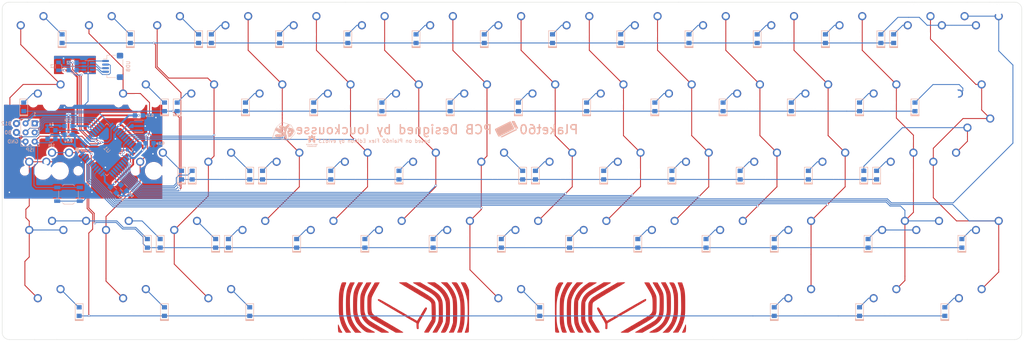
<source format=kicad_pcb>
(kicad_pcb (version 20211014) (generator pcbnew)
  (layers (0 "F.Cu" signal) (31 "B.Cu" signal) (34 "B.Paste" user) (35 "F.Paste" user) (36 "B.SilkS" user "B.Silkscreen") (37 "F.SilkS" user "F.Silkscreen") (38 "B.Mask" user) (39 "F.Mask" user) (44 "Edge.Cuts" user))
  (net 0 "")
  (net 1 "GND")
  (net 2 "VCC")
  (net 3 "row0")
  (net 4 "Net-(D1-Pad2)")
  (net 5 "Net-(D2-Pad2)")
  (net 6 "Net-(D3-Pad2)")
  (net 7 "Net-(D4-Pad2)")
  (net 8 "Net-(D5-Pad2)")
  (net 9 "Net-(D6-Pad2)")
  (net 10 "Net-(D7-Pad2)")
  (net 11 "Net-(D8-Pad2)")
  (net 12 "Net-(D9-Pad2)")
  (net 13 "Net-(D10-Pad2)")
  (net 14 "Net-(D11-Pad2)")
  (net 15 "Net-(D12-Pad2)")
  (net 16 "Net-(D13-Pad2)")
  (net 17 "Net-(D14-Pad2)")
  (net 18 "Net-(D15-Pad2)")
  (net 19 "Net-(D16-Pad2)")
  (net 20 "row1")
  (net 21 "Net-(D17-Pad2)")
  (net 22 "Net-(D18-Pad2)")
  (net 23 "Net-(D19-Pad2)")
  (net 24 "Net-(D20-Pad2)")
  (net 25 "Net-(D21-Pad2)")
  (net 26 "Net-(D22-Pad2)")
  (net 27 "Net-(D23-Pad2)")
  (net 28 "Net-(D24-Pad2)")
  (net 29 "Net-(D25-Pad2)")
  (net 30 "Net-(D26-Pad2)")
  (net 31 "Net-(D27-Pad2)")
  (net 32 "Net-(D28-Pad2)")
  (net 33 "Net-(D29-Pad2)")
  (net 34 "row2")
  (net 35 "Net-(D31-Pad2)")
  (net 36 "Net-(D32-Pad2)")
  (net 37 "Net-(D33-Pad2)")
  (net 38 "Net-(D34-Pad2)")
  (net 39 "Net-(D35-Pad2)")
  (net 40 "Net-(D36-Pad2)")
  (net 41 "Net-(D37-Pad2)")
  (net 42 "Net-(D38-Pad2)")
  (net 43 "Net-(D39-Pad2)")
  (net 44 "Net-(D40-Pad2)")
  (net 45 "Net-(D41-Pad2)")
  (net 46 "Net-(D42-Pad2)")
  (net 47 "Net-(D43-Pad2)")
  (net 48 "Net-(D44-Pad2)")
  (net 49 "row3")
  (net 50 "Net-(D46-Pad2)")
  (net 51 "Net-(D47-Pad2)")
  (net 52 "Net-(D48-Pad2)")
  (net 53 "Net-(D49-Pad2)")
  (net 54 "Net-(D50-Pad2)")
  (net 55 "Net-(D51-Pad2)")
  (net 56 "Net-(D52-Pad2)")
  (net 57 "Net-(D53-Pad2)")
  (net 58 "Net-(D54-Pad2)")
  (net 59 "Net-(D55-Pad2)")
  (net 60 "Net-(D56-Pad2)")
  (net 61 "Net-(D57-Pad2)")
  (net 62 "Net-(D58-Pad2)")
  (net 63 "Net-(D59-Pad2)")
  (net 64 "Net-(D61-Pad2)")
  (net 65 "row4")
  (net 66 "Net-(D62-Pad2)")
  (net 67 "Net-(D63-Pad2)")
  (net 68 "Net-(D67-Pad2)")
  (net 69 "Net-(D72-Pad2)")
  (net 70 "Net-(D73-Pad2)")
  (net 71 "Net-(D74-Pad2)")
  (net 72 "col0")
  (net 73 "col1")
  (net 74 "col2")
  (net 75 "col3")
  (net 76 "col4")
  (net 77 "col5")
  (net 78 "col6")
  (net 79 "col7")
  (net 80 "col8")
  (net 81 "col9")
  (net 82 "col10")
  (net 83 "col11")
  (net 84 "col12")
  (net 85 "col13")
  (net 86 "col14")
  (net 87 "D-")
  (net 88 "D+")
  (net 89 "RST")
  (net 90 "Net-(R6-Pad2)")
  (net 91 "MISO")
  (net 92 "SCK")
  (net 93 "MOSI")
  (net 94 "Net-(H1-Pad1)")
  (net 95 "VBUS")
  (net 96 "Net-(R1-Pad1)")
  (net 97 "Net-(R1-Pad2)")
  (net 98 "Net-(R2-Pad2)")
  (net 99 "Net-(R2-Pad1)")
  (net 100 "Net-(U1-Pad16)")
  (net 101 "Net-(U1-Pad17)")
  (net 102 "Net-(C1-Pad1)")
  (net 104 "Net-(H2-Pad1)")
  (footprint "Keeb_switches:CHERRY_PLATE_100H" (layer "F.Cu") (at 76.2 28.575)
    (fp_text reference "K19" hide)
    (fp_text value "KEYSW" hide)
  )
  (footprint "Keeb_switches:CHERRY_PLATE_100H" (layer "F.Cu") (at 95.25 28.575)
    (fp_text reference "K20" hide)
    (fp_text value "KEYSW" hide)
  )
  (footprint "Keeb_switches:CHERRY_PLATE_100H" (layer "F.Cu") (at 152.4 28.575)
    (fp_text reference "K23" hide)
    (fp_text value "KEYSW" hide)
  )
  (footprint "Keeb_switches:CHERRY_PLATE_100H" (layer "F.Cu") (at 171.45 28.575)
    (fp_text reference "K24" hide)
    (fp_text value "KEYSW" hide)
  )
  (footprint "Keeb_switches:CHERRY_PLATE_100H" (layer "F.Cu") (at 38.1 28.575)
    (fp_text reference "K17" hide)
    (fp_text value "KEYSW" hide)
  )
  (footprint "Keeb_switches:CHERRY_PLATE_100H" (layer "F.Cu") (at 133.35 28.575)
    (fp_text reference "K22" hide)
    (fp_text value "KEYSW" hide)
  )
  (footprint "Keeb_switches:CHERRY_PLATE_100H" (layer "F.Cu") (at 114.3 28.575)
    (fp_text reference "K21" hide)
    (fp_text value "KEYSW" hide)
  )
  (footprint "Keeb_switches:CHERRY_PLATE_100H" (layer "F.Cu") (at 57.15 28.575)
    (fp_text reference "K18" hide)
    (fp_text value "KEYSW" hide)
  )
  (footprint "Keeb_switches:CHERRY_PLATE_150H" (layer "F.Cu") (at 14.2875 28.575)
    (fp_text reference "K16" hide)
    (fp_text value "KEYSW" hide)
  )
  (footprint "Keeb_switches:CHERRY_PCB_200H" (layer "F.Cu") (at 266.7 9.525)
    (fp_text reference "K15" hide)
    (fp_text value "KEYSW" hide)
  )
  (footprint "Keeb_switches:CHERRY_PLATE_100H" (layer "F.Cu") (at 142.875 9.525)
    (fp_text reference "K8" hide)
    (fp_text value "KEYSW" hide)
  )
  (footprint "Keeb_switches:CHERRY_PLATE_100H" (layer "F.Cu") (at 180.975 9.525)
    (fp_text reference "K10" hide)
    (fp_text value "KEYSW" hide)
  )
  (footprint "Keeb_switches:CHERRY_PLATE_100H" (layer "F.Cu") (at 257.175 9.525)
    (fp_text reference "K14" hide)
    (fp_text value "KEYSW" hide)
  )
  (footprint "Keeb_switches:CHERRY_PLATE_100H" (layer "F.Cu") (at 85.725 9.525)
    (fp_text reference "K5" hide)
    (fp_text value "KEYSW" hide)
  )
  (footprint "Keeb_switches:CHERRY_PLATE_100H" (layer "F.Cu") (at 238.125 9.525)
    (fp_text reference "K13" hide)
    (fp_text value "KEYSW" hide)
  )
  (footprint "Keeb_switches:CHERRY_PLATE_100H" (layer "F.Cu") (at 219.075 9.525)
    (fp_text reference "K12" hide)
    (fp_text value "KEYSW" hide)
  )
  (footprint "Keeb_switches:CHERRY_PLATE_100H" (layer "F.Cu") (at 200.025 9.525)
    (fp_text reference "K11" hide)
    (fp_text value "KEYSW" hide)
  )
  (footprint "Keeb_switches:CHERRY_PLATE_100H" (layer "F.Cu") (at 161.925 9.525)
    (fp_text reference "K9" hide)
    (fp_text value "KEYSW" hide)
  )
  (footprint "Keeb_switches:CHERRY_PLATE_100H" (layer "F.Cu") (at 123.825 9.525)
    (fp_text reference "K7" hide)
    (fp_text value "KEYSW" hide)
  )
  (footprint "Keeb_switches:CHERRY_PLATE_100H" (layer "F.Cu") (at 104.775 9.525)
    (fp_text reference "K6" hide)
    (fp_text value "KEYSW" hide)
  )
  (footprint "Keeb_switches:CHERRY_PLATE_100H" (layer "F.Cu") (at 66.675 9.525)
    (fp_text reference "K4" hide)
    (fp_text value "KEYSW" hide)
  )
  (footprint "Keeb_switches:CHERRY_PLATE_100H" (layer "F.Cu") (at 28.575 9.525)
    (fp_text reference "K2" hide)
    (fp_text value "KEYSW" hide)
  )
  (footprint "Keeb_switches:CHERRY_PLATE_100H" (layer "F.Cu") (at 9.525 9.525)
    (fp_text reference "K1" hide)
    (fp_text value "KEYSW" hide)
  )
  (footprint "Keeb_switches:CHERRY_PLATE_100H" (layer "F.Cu") (at 47.625 9.525)
    (fp_text reference "K3" hide)
    (fp_text value "KEYSW" hide)
  )
  (footprint "Keeb_switches:CHERRY_PLATE_100H" (layer "F.Cu") (at 38.1 85.725)
    (fp_text reference "K62" hide)
    (fp_text value "KEYSW" hide)
  )
  (footprint "Keeb_switches:CHERRY_PLATE_100H" (layer "F.Cu") (at 147.6375 66.675)
    (fp_text reference "K53" hide)
    (fp_text value "KEYSW" hide)
  )
  (footprint "Keeb_switches:CHERRY_PLATE_175H" (layer "F.Cu") (at 250.03146 66.675056)
    (fp_text reference "K58-1" hide)
    (fp_text value "KEYSW" hide)
  )
  (footprint "Keeb_switches:CHERRY_PLATE_125H" (layer "F.Cu") (at 11.90625 47.625)
    (fp_text reference "K31-1" hide)
    (fp_text value "KEYSW" hide)
  )
  (footprint "Keeb_switches:CHERRY_PLATE_100H" (layer "F.Cu") (at 223.8375 66.675)
    (fp_text reference "K57" hide)
    (fp_text value "KEYSW" hide)
  )
  (footprint "Keeb_switches:CHERRY_PLATE_100H" (layer "F.Cu") (at 166.6875 66.675)
    (fp_text reference "K54" hide)
    (fp_text value "KEYSW" hide)
  )
  (footprint "Keeb_switches:CHERRY_PLATE_100H" (layer "F.Cu") (at 204.7875 66.675)
    (fp_text reference "K56" hide)
    (fp_text value "KEYSW" hide)
  )
  (footprint "Keeb_switches:CHERRY_PLATE_100H" (layer "F.Cu") (at 128.5875 66.675)
    (fp_text reference "K52" hide)
    (fp_text value "KEYSW" hide)
  )
  (footprint "Keeb_switches:CHERRY_PLATE_100H" (layer "F.Cu") (at 185.7375 66.675)
    (fp_text reference "K55" hide)
    (fp_text value "KEYSW" hide)
  )
  (footprint "Keeb_switches:CHERRY_PLATE_150H" (layer "F.Cu") (at 14.2875 85.725)
    (fp_text reference "K61" hide)
    (fp_text value "KEYSW" hide)
  )
  (footprint "Keeb_switches:CHERRY_PLATE_125H" (layer "F.Cu") (at 11.90625 66.675)
    (fp_text reference "K46-1" hide)
    (fp_text value "KEYSW" hide)
  )
  (footprint "Keeb_switches:CHERRY_PLATE_100H" (layer "F.Cu") (at 276.225 9.525)
    (fp_text reference "K15-1" hide)
    (fp_text value "KEYSW" hide)
  )
  (footprint "Keeb_switches:CHERRY_PLATE_100H" (layer "F.Cu") (at 247.65 28.575)
    (fp_text reference "K28" hide)
    (fp_text value "KEYSW" hide)
  )
  (footprint "Keeb_switches:CHERRY_PLATE_100H" (layer "F.Cu") (at 52.3875 66.675)
    (fp_text reference "K48" hide)
    (fp_text value "KEYSW" hide)
  )
  (footprint "Keeb_switches:CHERRY_PLATE_100H" (layer "F.Cu") (at 190.5 28.575)
    (fp_text reference "K25" hide)
    (fp_text value "KEYSW" hide)
  )
  (footprint "Keeb_switches:CHERRY_PLATE_100H" (layer "F.Cu") (at 119.0625 47.625)
    (fp_text reference "K36" hide)
    (fp_text value "KEYSW" hide)
  )
  (footprint "Keeb_switches:CHERRY_PLATE_100H" (layer "F.Cu") (at 61.9125 47.625)
    (fp_text reference "K33" hide)
    (fp_text value "KEYSW" hide)
  )
  (footprint "Keeb_switches:CHERRY_PCB_225H_F" (layer "F.Cu") (at 264.31875 47.625)
    (fp_text reference "K44" hide)
    (fp_text value "KEYSW" hide)
  )
  (footprint "Keeb_switches:CHERRY_PLATE_100H" (layer "F.Cu") (at 276.225 66.675)
    (fp_text reference "K59" hide)
    (fp_text value "KEYSW" hide)
  )
  (footprint "Keeb_switches:CHERRY_PLATE_100H" (layer "F.Cu") (at 176.2125 47.625)
    (fp_text reference "K39" hide)
    (fp_text value "KEYSW" hide)
  )
  (footprint "Keeb_switches:CHERRY_PLATE_150H" (layer "F.Cu") (at 271.4625 28.575)
    (fp_text reference "K29" hide)
    (fp_text value "KEYSW" hide)
  )
  (footprint "Keeb_switches:CHERRY_PLATE_100H" (layer "F.Cu") (at 228.6 28.575)
    (fp_text reference "K27" hide)
    (fp_text value "KEYSW" hide)
  )
  (footprint "Keeb_switches:CHERRY_PLATE_150H" (layer "F.Cu") (at 61.9125 85.725)
    (fp_text reference "K63" hide)
    (fp_text value "KEYSW" hide)
  )
  (footprint "Keeb_switches:CHERRY_PLATE_100H" (layer "F.Cu") (at 90.4875 66.675)
    (fp_text reference "K50" hide)
    (fp_text value "KEYSW" hide)
  )
  (footprint "Keeb_switches:CHERRY_PLATE_100H" (layer "F.Cu") (at 80.9625 47.625)
    (fp_text reference "K34" hide)
    (fp_text value "KEYSW" hide)
  )
  (footprint "Keeb_switches:CHERRY_PLATE_100H" (layer "F.Cu") (at 33.3375 66.675)
    (fp_text reference "K47" hide)
    (fp_text value "KEYSW" hide)
  )
  (footprint "Keeb_switches:CHERRY_PLATE_100H" (layer "F.Cu") (at 252.4125 47.625)
    (fp_text reference "K43" hide)
    (fp_text value "KEYSW" hide)
  )
  (footprint "Keeb_switches:CHERRY_PLATE_100H" (layer "F.Cu") (at 157.1625 47.625)
    (fp_text reference "K38" hide)
    (fp_text value "KEYSW" hide)
  )
  (footprint "Keeb_switches:CHERRY_PLATE_100H" (layer "F.Cu") (at 100.0125 47.625)
    (fp_text reference "K35" hide)
    (fp_text value "KEYSW" hide)
  )
  (footprint "Keeb_switches:CHERRY_PLATE_100H" (layer "F.Cu") (at 42.8625 47.625)
    (fp_text reference "K32" hide)
    (fp_text value "KEYSW" hide)
  )
  (footprint "Keeb_switches:CHERRY_PLATE_100H" (layer "F.Cu") (at 195.2625 47.625)
    (fp_text reference "K40" hide)
    (fp_text value "KEYSW" hide)
  )
  (footprint "Keeb_switches:CHERRY_PCB_225H" (layer "F.Cu") (at 21.43125 66.675)
    (fp_text reference "K46" hide)
    (fp_text value "KEYSW" hide)
  )
  (footprint "Keeb_switches:CHERRY_PLATE_100H" (layer "F.Cu") (at 233.3625 47.625)
    (fp_text reference "K42" hide)
    (fp_text value "KEYSW" hide)
  )
  (footprint "Keeb_switches:CHERRY_PLATE_100H" (layer "F.Cu") (at 214.3125 47.625)
    (fp_text reference "K41" hide)
    (fp_text value "KEYSW" hide)
  )
  (footprint "Keeb_switches:CHERRY_PLATE_100H" (layer "F.Cu") (at 209.55 28.575)
    (fp_text reference "K26" hide)
    (fp_text value "KEYSW" hide)
  )
  (footprint "Keeb_switches:CHERRY_PLATE_100H" (layer "F.Cu") (at 138.1125 47.625)
    (fp_text reference "K37" hide)
    (fp_text value "KEYSW" hide)
  )
  (footprint "Keeb_switches:CHERRY_PLATE_175H" (layer "F.Cu") (at 16.66875 47.625)
    (fp_text reference "K31" hide)
    (fp_text value "KEYSW" hide)
  )
  (footprint "Keeb_switches:CHERRY_PLATE_100H" (layer "F.Cu") (at 109.5375 66.675)
    (fp_text reference "K51" hide)
    (fp_text value "KEYSW" hide)
  )
  (footprint "Keeb_switches:CHERRY_PLATE_100H" (layer "F.Cu") (at 247.65 85.725)
    (fp_text reference "K73" hide)
    (fp_text value "KEYSW" hide)
  )
  (footprint "Keeb_switches:CHERRY_PLATE_100H" (layer "F.Cu") (at 71.4375 66.675)
    (fp_text reference "K49" hide)
    (fp_text value "KEYSW" hide)
  )
  (footprint "Keeb_switches:CHERRY_PLATE_150H" (layer "F.Cu") (at 223.8375 85.725)
    (fp_text reference "K72" hide)
    (fp_text value "KEYSW" hide)
  )
  (footprint "Keeb_switches:CHERRY_PLATE_150H" (layer "F.Cu") (at 271.462728 85.725072)
    (fp_text reference "K74" hide)
    (fp_text value "KEYSW" hide)
  )
  (footprint "Keeb_switches:CHERRY_PCB_275H" (layer "F.Cu") (at 259.556468 66.675)
    (fp_text reference "K58" hide)
    (fp_text value "KEYSW" hide)
  )
  (footprint "Keeb_switches:CHERRY_PCB_700H_F" (layer "F.Cu") (at 142.875 85.725)
    (fp_text reference "K67" hide)
    (fp_text value "KEYSW" hide)
  )
  (footprint "Keeb_switches:CHERRY_PCB_200H_V" (layer "F.Cu") (at 273.84398 38.1)
    (fp_text reference "K44-1" hide)
    (fp_text value "KEYSW" hide)
  )
  (footprint "footprints:plate_logo" (layer "F.Cu") (at 142.875 85.725)
    (fp_text reference "G***")
    (fp_text value "LOGO" hide)
  )
  (footprint "Keeb_components:D_0805" (layer "B.Cu") (at 239.911139 86.915698 90)
    (fp_text reference "D73")
    (fp_text value "D" hide)
  )
  (footprint "Keeb_components:D_0805" (layer "B.Cu") (at 216.098619 86.915698 90)
    (fp_text reference "D72")
    (fp_text value "D" hide)
  )
  (footprint "Keeb_components:D_0805" (layer "B.Cu") (at 150.614189 86.915698 90)
    (fp_text reference "D67")
    (fp_text value "D" hide)
  )
  (footprint "Keeb_components:D_0805" (layer "B.Cu") (at 69.651621 86.915698 90)
    (fp_text reference "D63")
    (fp_text value "D" hide)
  )
  (footprint "Keeb_components:D_0805" (layer "B.Cu") (at 268.486163 67.865682 90)
    (fp_text reference "D59")
    (fp_text value "D" hide)
  )
  (footprint "Keeb_components:D_0805" (layer "B.Cu") (at 242.292391 67.865682 90)
    (fp_text reference "D58")
    (fp_text value "D" hide)
  )
  (footprint "Keeb_components:D_0805" (layer "B.Cu") (at 216.098619 67.865682 90)
    (fp_text reference "D57")
    (fp_text value "D" hide)
  )
  (footprint "Keeb_components:D_0805" (layer "B.Cu") (at 197.048603 67.865682 90)
    (fp_text reference "D56")
    (fp_text value "D" hide)
  )
  (footprint "Keeb_components:D_0805" (layer "B.Cu") (at 139.898555 67.865682 90)
    (fp_text reference "D53")
    (fp_text value "D" hide)
  )
  (footprint "Keeb_components:D_0805" (layer "B.Cu") (at 101.798523 67.865682 90)
    (fp_text reference "D51")
    (fp_text value "D" hide)
  )
  (footprint "Keeb_components:D_0805" (layer "B.Cu") (at 82.748507 67.865682 90)
    (fp_text reference "D50")
    (fp_text value "D" hide)
  )
  (footprint "Keeb_components:D_0805" (layer "B.Cu") (at 220.861123 29.76565 90)
    (fp_text reference "D27")
    (fp_text value "D" hide)
  )
  (footprint "Keeb_components:D_0805" (layer "B.Cu") (at 225.623627 48.815666 90)
    (fp_text reference "D42")
    (fp_text value "D" hide)
  )
  (footprint "Keeb_components:D_0805" (layer "B.Cu") (at 49.410979 29.76565 90)
    (fp_text reference "D18")
    (fp_text value "D" hide)
  )
  (footprint "Keeb_components:D_0805" (layer "B.Cu") (at 182.761091 29.76565 90)
    (fp_text reference "D25")
    (fp_text value "D" hide)
  )
  (footprint "Keeb_components:D_0805" (layer "B.Cu") (at 206.573611 48.815666 90)
    (fp_text reference "D41")
    (fp_text value "D" hide)
  )
  (footprint "Keeb_components:D_0805" (layer "B.Cu") (at 111.323531 48.815666 90)
    (fp_text reference "D36")
    (fp_text value "D" hide)
  )
  (footprint "Keeb_components:D_0805" (layer "B.Cu") (at 53.57817 48.815666 90)
    (fp_text reference "D31")
    (fp_text value "D" hide)
  )
  (footprint "Keeb_components:D_0805" (layer "B.Cu") (at 187.523595 48.815666 90)
    (fp_text reference "D40")
    (fp_text value "D" hide)
  )
  (footprint "Keeb_components:D_0805" (layer "B.Cu") (at 145.851685 48.815666 90)
    (fp_text reference "D37")
    (fp_text value "D" hide)
  )
  (footprint "Keeb_components:D_0805" (layer "B.Cu") (at 50.601605 48.815666 90)
    (fp_text reference "D32")
    (fp_text value "D" hide)
  )
  (footprint "Keeb_components:D_0805" (layer "B.Cu") (at 73.223499 48.815666 90)
    (fp_text reference "D34")
    (fp_text value "D" hide)
  )
  (footprint "Keeb_components:D_0805" (layer "B.Cu") (at 106.561027 29.76565 90)
    (fp_text reference "D21")
    (fp_text value "D" hide)
  )
  (footprint "Keeb_components:D_0805" (layer "B.Cu") (at 201.811107 29.76565 90)
    (fp_text reference "D26")
    (fp_text value "D" hide)
  )
  (footprint "Keeb_components:D_0805" (layer "B.Cu") (at 125.611043 29.76565 90)
    (fp_text reference "D22")
    (fp_text value "D" hide)
  )
  (footprint "Keeb_components:D_0805" (layer "B.Cu") (at 163.711075 29.76565 90)
    (fp_text reference "D24")
    (fp_text value "D" hide)
  )
  (footprint "Keeb_components:D_0805" (layer "B.Cu") (at 244.673643 48.815666 90)
    (fp_text reference "D43")
    (fp_text value "D" hide)
  )
  (footprint "Keeb_components:D_0805" (layer "B.Cu") (at 149.423563 48.815666 90)
    (fp_text reference "D38")
    (fp_text value "D" hide)
  )
  (footprint "Keeb_components:D_0805" (layer "B.Cu") (at 92.273515 48.815666 90)
    (fp_text reference "D35")
    (fp_text value "D" hide)
  )
  (footprint "Keeb_components:D_0805" (layer "B.Cu") (at 60.126613 67.865682 90)
    (fp_text reference "D48")
    (fp_text value "D" hide)
  )
  (footprint "Keeb_components:D_0805" (layer "B.Cu") (at 158.948571 67.865682 90)
    (fp_text reference "D54")
    (fp_text value "D" hide)
  )
  (footprint "Keeb_components:D_0805" (layer "B.Cu") (at 241.1015 48.816 90)
    (fp_text reference "D44")
    (fp_text value "D" hide)
  )
  (footprint "Keeb_components:D_0805" (layer "B.Cu") (at 45.839 86.916 90)
    (fp_text reference "D62")
    (fp_text value "D" hide)
  )
  (footprint "Keeb_components:D_0805" (layer "B.Cu") (at 168.473579 48.815666 90)
    (fp_text reference "D39")
    (fp_text value "D" hide)
  )
  (footprint "Keeb_components:D_0805" (layer "B.Cu") (at 87.511011 29.76565 90)
    (fp_text reference "D20")
    (fp_text value "D" hide)
  )
  (footprint "Keeb_components:D_0805" (layer "B.Cu") (at 239.911139 29.76565 90)
    (fp_text reference "D28")
    (fp_text value "D" hide)
  )
  (footprint "Keeb_components:D_0805" (layer "B.Cu") (at 69.651621 48.815666 90)
    (fp_text reference "D33")
    (fp_text value "D" hide)
  )
  (footprint "Keeb_components:D_0805" (layer "B.Cu") (at 144.661059 29.76565 90)
    (fp_text reference "D23")
    (fp_text value "D" hide)
  )
  (footprint "Keeb_components:D_0805" (layer "B.Cu") (at 177.998587 67.865682 90)
    (fp_text reference "D55")
    (fp_text value "D" hide)
  )
  (footprint "Keeb_components:D_0805" (layer "B.Cu") (at 120.848539 67.865682 90)
    (fp_text reference "D52")
    (fp_text value "D" hide)
  )
  (footprint "Keeb_components:D_0805" (layer "B.Cu") (at 68.460995 29.76565 90)
    (fp_text reference "D19")
    (fp_text value "D" hide)
  )
  (footprint "Keeb_components:ATMEGA32U4" (layer "B.Cu") (at 29.76565 41.67191 -45)
    (fp_text reference "U1")
    (fp_text value "ATmega32U4")
  )
  (footprint "Keeb_components:Resonator_SMD_muRata_CSTNExxV-3Pin-p1.2" (layer "B.Cu") (at 38.695345 35.123467 90)
    (fp_text reference "X1" hide)
    (fp_text value "XTAL_GND")
  )
  (footprint "Button_Switch_SMD:SW_SPST_TL3342" (layer "B.Cu") (at 19.050016 54.173483)
    (fp_text reference "SW1" hide)
    (fp_text value "SW_PUSH" hide)
  )
  (footprint "Keeb_components:R_0805" (layer "B.Cu") (at 34.489688 52.349078 135)
    (fp_text reference "R6" hide)
    (fp_text value "10k")
  )
  (footprint "Keeb_components:D_0805" (layer "B.Cu") (at 173.236083 10.715634 90)
    (fp_text reference "D10")
    (fp_text value "D" hide)
  )
  (footprint "Keeb_components:D_0805" (layer "B.Cu") (at 249.436147 10.715634 90)
    (fp_text reference "D14")
    (fp_text value "D" hide)
  )
  (footprint "Keeb_components:D_0805" (layer "B.Cu") (at 154.186067 10.715634 90)
    (fp_text reference "D9")
    (fp_text value "D" hide)
  )
  (footprint "Keeb_components:D_0805" (layer "B.Cu") (at 230.386131 10.715634 90)
    (fp_text reference "D13")
    (fp_text value "D" hide)
  )
  (footprint "Keeb_components:D_0805" (layer "B.Cu") (at 192.286099 10.715634 90)
    (fp_text reference "D11")
    (fp_text value "D" hide)
  )
  (footprint "Keeb_components:D_0805" (layer "B.Cu") (at 245.864269 10.715634 90)
    (fp_text reference "D15")
    (fp_text value "D" hide)
  )
  (footprint "Keeb_components:D_0805" (layer "B.Cu") (at 45.839101 29.76565 90)
    (fp_text reference "D17")
    (fp_text value "D" hide)
  )
  (footprint "Keeb_components:D_0805" (layer "B.Cu") (at 6.548443 29.76565 90)
    (fp_text reference "D16")
    (fp_text value "D" hide)
  )
  (footprint "Keeb_components:D_0805" (layer "B.Cu") (at 211.336115 10.715634 90)
    (fp_text reference "D12")
    (fp_text value "D" hide)
  )
  (footprint "Keeb_components:D_0805" (layer "B.Cu") (at 116.086035 10.715634 90)
    (fp_text reference "D7")
    (fp_text value "D" hide)
  )
  (footprint "Keeb_components:D_0805" (layer "B.Cu") (at 55.364109 10.715634 90)
    (fp_text reference "D3")
    (fp_text value "D" hide)
  )
  (footprint "Keeb_components:D_0805" (layer "B.Cu") (at 77.986003 10.715634 90)
    (fp_text reference "D5")
    (fp_text value "D" hide)
  )
  (footprint "Keeb_components:D_0805" (layer "B.Cu") (at 135.136051 10.715634 90)
    (fp_text reference "D8")
    (fp_text value "D" hide)
  )
  (footprint "Keeb_components:D_0805" (layer "B.Cu") (at 97.036019 10.715634 90)
    (fp_text reference "D6")
    (fp_text value "D" hide)
  )
  (footprint "Keeb_components:D_0805" (layer "B.Cu") (at 58.935987 10.715634 90)
    (fp_text reference "D4")
    (fp_text value "D" hide)
  )
  (footprint "footprints:free_pin" (layer "B.Cu") (at 4.524382 36.909406)
    (fp_text reference "H1" hide)
    (fp_text value "B0")
  )
  (footprint "Keeb_components:D_0805" (layer "B.Cu") (at 263.723728 86.916072 90)
    (fp_text reference "D74")
    (fp_text value "D" hide)
  )
  (footprint "Keeb_components:R_0805" (layer "B.Cu") (at 20.202287 17.431061)
    (fp_text reference "R1" hide)
    (fp_text value "22")
  )
  (footprint "Keeb_components:D_0805" (layer "B.Cu") (at 63.698491 67.865682 90)
    (fp_text reference "D49")
    (fp_text value "D" hide)
  )
  (footprint "Keeb_components:C_0805" (layer "B.Cu") (at 38.695345 32.146902 180)
    (fp_text reference "C4")
    (fp_text value "0.1u")
  )
  (footprint "Keeb_components:C_0805" (layer "B.Cu") (at 19.050016 37.504719)
    (fp_text reference "C5")
    (fp_text value "0.1u")
  )
  (footprint "Keeb_components:D_0805" (layer "B.Cu") (at 41.076597 67.865682 90)
    (fp_text reference "D46")
    (fp_text value "D" hide)
  )
  (footprint "Keeb_components:D_0805" (layer "B.Cu") (at 255.389 29.766 90)
    (fp_text reference "D29")
    (fp_text value "D" hide)
  )
  (footprint "Keeb_components:R_0805" (layer "B.Cu") (at 16.265287 18.447061 90)
    (fp_text reference "F1")
    (fp_text value "Polyfuse" hide)
  )
  (footprint "Keeb_components:D_0805" (layer "B.Cu") (at 17.264 10.716 90)
    (fp_text reference "D1")
    (fp_text value "D" hide)
  )
  (footprint "Keeb_components:D_0805" (layer "B.Cu") (at 44.648475 67.865682 90)
    (fp_text reference "D47")
    (fp_text value "D" hide)
  )
  (footprint "Keeb_components:R_0805" (layer "B.Cu") (at 20.202287 19.463061 180)
    (fp_text reference "R2" hide)
    (fp_text value "22")
  )
  (footprint "Keeb_components:C_0805" (layer "B.Cu") (at 14.287512 36.314093 180)
    (fp_text reference "C1")
    (fp_text value "1u")
  )
  (footprint "Keeb_components:C_0805" (layer "B.Cu") (at 41.67191 39.885971 180)
    (fp_text reference "C2")
    (fp_text value "0.1u")
  )
  (footprint "Keeb_components:R_0805" (layer "B.Cu") (at 14.287512 38.695345 180)
    (fp_text reference "R5" hide)
    (fp_text value "10k")
  )
  (footprint "Keeb_components:D_0805" (layer "B.Cu") (at 36.314 10.716 90)
    (fp_text reference "D2")
    (fp_text value "D" hide)
  )
  (footprint "Keeb_components:D_0805" (layer "B.Cu") (at 22.0265 86.916 90)
    (fp_text reference "D61")
    (fp_text value "D" hide)
  )
  (footprint "Keeb_components:USBLC6-2SC6" (layer "B.Cu") (at 24.520287 18.447061 -90)
    (fp_text reference "U2" hide)
    (fp_text value "USBLC6-2SC6")
  )
  (footprint "Keeb_components:isp_standard" (layer "B.Cu") (at 8.334382 36.909406 180)
    (fp_text reference "J2" hide)
    (fp_text value "ISP")
  )
  (footprint "Keeb_components:JST_SH_SM04B-SRSS-TB_1x04-1MP_P1.00mm_Horizontal" (layer "B.Cu") (at 31.551589 18.454703 -90)
    (fp_text reference "J3" hide)
    (fp_text value "ai03_ud" hide)
  )
  (footprint "Keeb_components:C_0805" (layer "B.Cu") (at 19.050016 35.123467)
    (fp_text reference "C6")
    (fp_text value "4.7u")
  )
  (footprint "Keeb_components:C_0805" (layer "B.Cu") (at 31.551589 52.982857 135)
    (fp_text reference "C3")
    (fp_text value "0.1u")
  )
  (footprint "footprints:plaketlogo" (layer "B.Cu") (at 141.360287 35.973061 180)
    (fp_text reference "G***")
    (fp_text value "LOGO" hide)
  )
  (footprint "footprints:oshw_50" (layer "B.Cu") (at 87.004287 39.275061 180)
    (fp_text reference "G***" hide)
    (fp_text value "LOGO" hide)
  )
  (footprint "footprints:free_pin" (layer "B.Cu") (at 4.524382 34.409406)
    (fp_text reference "H2" hide)
    (fp_text value "B12")
  )
  (footprint "footprints:lck_rev" (layer "B.Cu") (at 79.130287 36.608061 180)
    (fp_text reference "G***")
    (fp_text value "LOGO" hide)
  )
  (gr_line (start 276.225231 0.525009) (end 269.924797 0.525059) (layer "Edge.Cuts") (width 0.1))
  (gr_line (start 96.325006 94.725008) (end 15.825008 94.725008) (layer "Edge.Cuts") (width 0.1))
  (gr_line (start 276.225008 94.725008) (end 269.925008 94.725006) (layer "Edge.Cuts") (width 0.1))
  (gr_line (start 183.125008 94.725006) (end 102.625008 94.725006) (layer "Edge.Cuts") (width 0.1))
  (gr_line (start 102.625008 0.525008) (end 183.125008 0.525008) (layer "Edge.Cuts") (width 0.1))
  (gr_line (start 0.525008 2.525008) (end 0.525008 92.725008) (layer "Edge.Cuts") (width 0.1))
  (gr_line (start 102.625008 94.725006) (end 96.325006 94.725008) (layer "Edge.Cuts") (width 0.1))
  (gr_arc (start 283.225008 0.525007) (mid 284.639222 1.110793) (end 285.225008 2.525007) (layer "Edge.Cuts") (width 0.1))
  (gr_line (start 269.925008 94.725006) (end 189.425008 94.725008) (layer "Edge.Cuts") (width 0.1))
  (gr_arc (start 285.225008 92.725008) (mid 284.639222 94.139222) (end 283.225008 94.725008) (layer "Edge.Cuts") (width 0.1))
  (gr_line (start 283.225008 94.725008) (end 276.225008 94.725008) (layer "Edge.Cuts") (width 0.1))
  (gr_line (start 285.225008 92.725008) (end 285.225008 2.525007) (layer "Edge.Cuts") (width 0.1))
  (gr_arc (start 2.525007 94.725007) (mid 1.110794 94.139221) (end 0.525008 92.725008) (layer "Edge.Cuts") (width 0.1))
  (gr_line (start 9.525008 94.725008) (end 2.525007 94.725008) (layer "Edge.Cuts") (width 0.1))
  (gr_line (start 189.425008 0.52501) (end 269.924797 0.525059) (layer "Edge.Cuts") (width 0.1))
  (gr_line (start 276.225231 0.525009) (end 283.225008 0.52501) (layer "Edge.Cuts") (width 0.1))
  (gr_line (start 13.825008 0.525008) (end 7.525008 0.525008) (layer "Edge.Cuts") (width 0.1))
  (gr_arc (start 0.525008 2.525008) (mid 1.110794 1.110794) (end 2.525008 0.525008) (layer "Edge.Cuts") (width 0.1))
  (gr_line (start 189.425008 94.725008) (end 183.125008 94.725006) (layer "Edge.Cuts") (width 0.1))
  (gr_line (start 15.825008 94.725008) (end 9.525008 94.725008) (layer "Edge.Cuts") (width 0.1))
  (gr_line (start 102.625008 0.525008) (end 96.325008 0.525008) (layer "Edge.Cuts") (width 0.1))
  (gr_line (start 189.425008 0.52501) (end 183.125008 0.525008) (layer "Edge.Cuts") (width 0.1))
  (gr_line (start 2.525008 0.525008) (end 7.525008 0.525008) (layer "Edge.Cuts") (width 0.1))
  (gr_line (start 13.825008 0.525008) (end 96.325008 0.525008) (layer "Edge.Cuts") (width 0.1))
  (gr_text "based on Plain60 Flex Edition by evid13" (at 104.466787 39.275061) (layer "B.SilkS") (effects (font (size 1 1)) (justify mirror)))
  (gr_text "UDB" (at 35.71878 18.454703 90) (layer "B.SilkS") (effects (font (size 1 1)) (justify mirror)))
  (gr_text "GND" (at 5.159382 39.449406) (layer "B.SilkS") (effects (font (size 1 1)) (justify left mirror)))
  (gr_text "Plaket60    PCB Designed by louckousse" (at 161.616787 36.100061) (layer "B.SilkS") (effects (font (size 2.5 2.5) (thickness 0.4)) (justify left mirror)))
  (via (at 40.481284 35.123467) (size 0.6) (drill 0.4) (layers "F.Cu" "B.Cu") (net 1))
  (via (at 32.146902 38.695345) (size 0.6) (drill 0.4) (layers "F.Cu" "B.Cu") (net 1))
  (via (at 14.741287 34.830061) (size 0.6) (drill 0.4) (layers "F.Cu" "B.Cu") (net 1))
  (via (at 27.384398 38.100032) (size 0.6) (drill 0.4) (layers "F.Cu" "B.Cu") (net 1))
  (via (at 18.932287 39.021061) (size 0.6) (drill 0.4) (layers "F.Cu" "B.Cu") (net 1))
  (via (at 29.346287 46.641061) (size 0.6) (drill 0.4) (layers "F.Cu" "B.Cu") (net 1))
  (via (at 25.598459 53.57817) (size 0.6) (drill 0.4) (layers "F.Cu" "B.Cu") (net 1))
  (via (at 33.932841 54.173483) (size 0.6) (drill 0.4) (layers "F.Cu" "B.Cu") (net 1))
  (via (at 17.916287 29.877061) (size 0.6) (drill 0.4) (layers "F.Cu" "B.Cu") (net 1))
  (via (at 16.668764 36.939093) (size 0.6) (drill 0.4) (layers "F.Cu" "B.Cu") (net 1))
  (via (at 42.624414 42.862536) (size 0.6) (drill 0.4) (layers "F.Cu" "B.Cu") (net 1))
  (via (at 24.520287 20.225061) (size 0.6) (drill 0.4) (layers "F.Cu" "B.Cu") (net 1))
  (via (at 17.662287 16.161061) (size 0.6) (drill 0.4) (layers "F.Cu" "B.Cu") (net 1))
  (via (at 43.457849 32.742215) (size 0.6) (drill 0.4) (layers "F.Cu" "B.Cu") (net 1))
  (via (at 2.549287 53.626061) (size 0.6) (drill 0.4) (layers "F.Cu" "B.Cu") (net 1))
  (via (at 37.504719 42.267223) (size 0.6) (drill 0.4) (layers "F.Cu" "B.Cu") (net 1))
  (via (at 22.621894 45.243788) (size 0.6) (drill 0.4) (layers "F.Cu" "B.Cu") (net 1))
  (segment (start 23.103146 56.073483) (end 25.598459 53.57817) (width 0.25) (layer "B.Cu") (net 1))
  (segment (start 25.670287 18.447061) (end 24.820287 18.447061) (width 0.25) (layer "B.Cu") (net 1))
  (segment (start 25.169456 38.207087) (end 25.657714 38.695345) (width 0.25) (layer "B.Cu") (net 1))
  (segment (start 22.200016 56.073483) (end 23.103146 56.073483) (width 0.25) (layer "B.Cu") (net 1))
  (segment (start 38.695345 35.123467) (end 40.481284 35.123467) (width 0.25) (layer "B.Cu") (net 1))
  (segment (start 32.664788 36.51003) (end 32.146902 37.027916) (width 0.25) (layer "B.Cu") (net 1))
  (segment (start 17.23439 37.504719) (end 16.668764 36.939093) (width 0.25) (layer "B.Cu") (net 1))
  (segment (start 15.900016 56.073483) (end 22.200016 56.073483) (width 0.25) (layer "B.Cu") (net 1))
  (segment (start 24.520287 28.226061) (end 22.869287 29.877061) (width 0.25) (layer "B.Cu") (net 1))
  (segment (start 36.89795 42.873992) (end 37.504719 42.267223) (width 0.25) (layer "B.Cu") (net 1))
  (segment (start 22.869287 29.877061) (end 17.916287 29.877061) (width 0.25) (layer "B.Cu") (net 1))
  (segment (start 17.950016 37.504719) (end 17.23439 37.504719) (width 0.25) (layer "B.Cu") (net 1))
  (segment (start 24.520287 18.747061) (end 24.520287 28.226061) (width 0.25) (layer "B.Cu") (net 1))
  (segment (start 36.624586 42.873992) (end 36.89795 42.873992) (width 0.25) (layer "B.Cu") (net 1))
  (segment (start 29.321982 46.641061) (end 27.997883 47.96516) (width 0.25) (layer "B.Cu") (net 1))
  (segment (start 26.793235 38.691195) (end 27.384398 38.100032) (width 0.25) (layer "B.Cu") (net 1))
  (segment (start 23.4724 43.439677) (end 22.621894 44.290183) (width 0.25) (layer "B.Cu") (net 1))
  (segment (start 22.621894 44.290183) (end 22.621894 45.243788) (width 0.25) (layer "B.Cu") (net 1))
  (segment (start 25.653564 38.691195) (end 26.793235 38.691195) (width 0.25) (layer "B.Cu") (net 1))
  (segment (start 24.820287 18.447061) (end 24.520287 18.747061) (width 0.25) (layer "B.Cu") (net 1))
  (segment (start 25.169456 38.207087) (end 25.653564 38.691195) (width 0.25) (layer "B.Cu") (net 1))
  (segment (start 28.327567 19.954703) (end 26.819925 18.447061) (width 0.25) (layer "B.Cu") (net 1))
  (segment (start 29.401589 19.954703) (end 28.327567 19.954703) (width 0.25) (layer "B.Cu") (net 1))
  (segment (start 26.819925 18.447061) (end 25.670287 18.447061) (width 0.25) (layer "B.Cu") (net 1))
  (segment (start 29.346287 46.641061) (end 29.321982 46.641061) (width 0.25) (layer "B.Cu") (net 1))
  (segment (start 32.146902 37.027916) (end 32.146902 38.695345) (width 0.25) (layer "B.Cu") (net 1))
  (segment (start 17.916287 19.590061) (end 19.679621 19.590061) (width 0.5) (layer "F.Cu") (net 2))
  (segment (start 31.886287 51.086061) (end 31.886287 51.057262) (width 0.5) (layer "F.Cu") (net 2))
  (segment (start 39.760287 41.815061) (end 39.760287 40.672061) (width 0.5) (layer "F.Cu") (net 2))
  (segment (start 31.886287 51.057262) (end 37.107392 45.836157) (width 0.5) (layer "F.Cu") (net 2))
  (segment (start 37.107392 45.836157) (end 37.107392 44.467956) (width 0.5) (layer "F.Cu") (net 2))
  (segment (start 21.546884 35.007851) (end 21.431268 35.123467) (width 0.5) (layer "F.Cu") (net 2))
  (segment (start 19.050016 32.104272) (end 19.050016 37.340647) (width 0.5) (layer "F.Cu") (net 2))
  (segment (start 21.546884 32.095001) (end 21.546884 29.650034) (width 0.5) (layer "F.Cu") (net 2))
  (segment (start 39.760287 40.672061) (end 34.002919 34.914693) (width 0.5) (layer "F.Cu") (net 2))
  (segment (start 24.943891 35.71878) (end 28.515769 32.146902) (width 0.5) (layer "F.Cu") (net 2))
  (segment (start 19.059287 32.095001) (end 19.050016 32.104272) (width 0.5) (layer "F.Cu") (net 2))
  (segment (start 21.546884 32.095001) (end 21.546884 32.626598) (width 0.5) (layer "F.Cu") (net 2))
  (segment (start 37.107392 44.467956) (end 39.760287 41.815061) (width 0.5) (layer "F.Cu") (net 2))
  (segment (start 28.515769 32.146902) (end 38.695345 32.146902) (width 0.5) (layer "F.Cu") (net 2))
  (segment (start 19.679621 19.590061) (end 21.546884 21.457324) (width 0.5) (layer "F.Cu") (net 2))
  (segment (start 21.546884 21.457324) (end 21.546884 29.650034) (width 0.5) (layer "F.Cu") (net 2))
  (segment (start 34.002919 34.914693) (end 33.128754 34.914693) (width 0.5) (layer "F.Cu") (net 2))
  (segment (start 21.546884 29.650034) (end 21.546884 35.007851) (width 0.5) (layer "F.Cu") (net 2))
  (via (at 17.916287 19.590061) (size 0.6) (drill 0.4) (layers "F.Cu" "B.Cu") (net 2))
  (via (at 33.128754 34.914693) (size 0.6) (drill 0.4) (layers "F.Cu" "B.Cu") (net 2))
  (via (at 19.050016 37.340647) (size 0.6) (drill 0.4) (layers "F.Cu" "B.Cu") (net 2))
  (via (at 31.886287 51.086061) (size 0.6) (drill 0.4) (layers "F.Cu" "B.Cu") (net 2))
  (via (at 21.546884 32.095001) (size 0.6) (drill 0.4) (layers "F.Cu" "B.Cu") (net 2))
  (via (at 39.760287 41.815061) (size 0.6) (drill 0.4) (layers "F.Cu" "B.Cu") (net 2))
  (via (at 19.059287 32.095001) (size 0.6) (drill 0.4) (layers "F.Cu" "B.Cu") (net 2))
  (via (at 24.943891 35.71878) (size 0.6) (drill 0.4) (layers "F.Cu" "B.Cu") (net 2))
  (via (at 21.431268 35.123467) (size 0.6) (drill 0.4) (layers "F.Cu" "B.Cu") (net 2))
  (via (at 38.695345 32.146902) (size 0.6) (drill 0.4) (layers "F.Cu" "B.Cu") (net 2))
  (segment (start 36.667519 44.048296) (end 37.527052 44.048296) (width 0.5) (layer "B.Cu") (net 2))
  (segment (start 21.431268 35.123467) (end 24.348578 35.123467) (width 0.5) (layer "B.Cu") (net 2))
  (segment (start 16.264355 37.595345) (end 16.900287 38.231277) (width 0.5) (layer "B.Cu") (net 2))
  (segment (start 22.263602 38.695345) (end 23.4724 39.904143) (width 0.5) (layer "B.Cu") (net 2))
  (segment (start 21.546884 32.095001) (end 21.496903 32.144982) (width 0.5) (layer "B.Cu") (net 2))
  (segment (start 39.171597 42.386284) (end 38.100032 43.457849) (width 0.5) (layer "B.Cu") (net 2))
  (segment (start 20.150016 37.504719) (end 19.214088 37.504719) (width 0.5) (layer "B.Cu") (net 2))
  (segment (start 35.896545 32.146902) (end 33.128754 34.914693) (width 0.5) (layer "B.Cu") (net 2))
  (segment (start 37.509095 44.048786) (end 38.100032 43.457849) (width 0.5) (layer "B.Cu") (net 2))
  (segment (start 14.287512 37.595345) (end 16.264355 37.595345) (width 0.5) (layer "B.Cu") (net 2))
  (segment (start 17.873287 19.547061) (end 16.265287 19.547061) (width 0.5) (layer "B.Cu") (net 2))
  (segment (start 22.263602 38.695345) (end 21.072976 37.504719) (width 0.5) (layer "B.Cu") (net 2))
  (segment (start 31.886287 51.092525) (end 30.773772 52.20504) (width 0.5) (layer "B.Cu") (net 2))
  (segment (start 30.773772 52.20504) (end 29.170337 50.601605) (width 0.5) (layer "B.Cu") (net 2))
  (segment (start 16.900287 39.529061) (end 17.535287 40.164061) (width 0.5) (layer "B.Cu") (net 2))
  (segment (start 20.150016 37.504719) (end 20.837287 38.19199) (width 0.5) (layer "B.Cu") (net 2))
  (segment (start 24.943891 35.71878) (end 26.300827 37.075716) (width 0.5) (layer "B.Cu") (net 2))
  (segment (start 16.900287 38.231277) (end 16.900287 39.529061) (width 0.5) (layer "B.Cu") (net 2))
  (segment (start 20.432829 35.123467) (end 21.431268 35.123467) (width 0.5) (layer "B.Cu") (net 2))
  (segment (start 20.837287 38.19199) (end 20.837287 40.799061) (width 0.5) (layer "B.Cu") (net 2))
  (segment (start 37.595345 32.146902) (end 38.695345 32.146902) (width 0.5) (layer "B.Cu") (net 2))
  (segment (start 37.595345 32.146902) (end 35.896545 32.146902) (width 0.5) (layer "B.Cu") (net 2))
  (segment (start 32.099102 35.944345) (end 33.128754 34.914693) (width 0.5) (layer "B.Cu") (net 2))
  (segment (start 13.187512 38.695345) (end 14.287512 37.595345) (width 0.5) (layer "B.Cu") (net 2))
  (segment (start 36.0589 43.439677) (end 36.667519 44.048296) (width 0.5) (layer "B.Cu") (net 2))
  (segment (start 17.916287 19.590061) (end 17.873287 19.547061) (width 0.5) (layer "B.Cu") (net 2))
  (segment (start 19.214088 37.504719) (end 19.050016 37.340647) (width 0.5) (layer "B.Cu") (net 2))
  (segment (start 40.57191 40.985971) (end 39.171597 42.386284) (width 0.5) (layer "B.Cu") (net 2))
  (segment (start 31.886287 51.086061) (end 31.886287 51.092525) (width 0.5) (layer "B.Cu") (net 2))
  (segment (start 39.760287 41.815061) (end 37.527052 44.048296) (width 0.5) (layer "B.Cu") (net 2))
  (segment (start 29.170337 50.601605) (end 29.170337 49.137615) (width 0.5) (layer "B.Cu") (net 2))
  (segment (start 20.432829 37.504719) (end 21.072976 37.504719) (width 0.5) (layer "B.Cu") (net 2))
  (segment (start 9.288806 32.144982) (end 7.064382 34.369406) (width 0.5) (layer "B.Cu") (net 2))
  (segment (start 36.668009 44.048786) (end 37.509095 44.048786) (width 0.5) (layer "B.Cu") (net 2))
  (segment (start 36.0589 43.439677) (end 36.668009 44.048786) (width 0.5) (layer "B.Cu") (net 2))
  (segment (start 40.57191 39.885971) (end 40.57191 40.985971) (width 0.5) (layer "B.Cu") (net 2))
  (segment (start 29.170337 49.137615) (end 28.563568 48.530846) (width 0.5) (layer "B.Cu") (net 2))
  (segment (start 20.196783 40.164061) (end 22.906714 42.873992) (width 0.5) (layer "B.Cu") (net 2))
  (segment (start 21.496903 32.144982) (end 9.288806 32.144982) (width 0.5) (layer "B.Cu") (net 2))
  (segment (start 17.535287 40.164061) (end 20.196783 40.164061) (width 0.5) (layer "B.Cu") (net 2))
  (segment (start 24.348578 35.123467) (end 24.943891 35.71878) (width 0.5) (layer "B.Cu") (net 2))
  (segment (start 20.432829 35.123467) (end 20.240642 35.123467) (width 0.5) (layer "B.Cu") (net 2))
  (segment (start 43.36499 12.427462) (end 42.853162 11.915634) (width 0.25) (layer "F.Cu") (net 3))
  (segment (start 43.36499 18.727543) (end 43.36499 12.427462) (width 0.25) (layer "F.Cu") (net 3))
  (segment (start 50.456302 25.818855) (end 43.36499 18.727543) (width 0.25) (layer "F.Cu") (net 3))
  (segment (start 50.456302 52.455046) (end 50.456302 25.818855) (width 0.25) (layer "F.Cu") (net 3))
  (segment (start 50.047287 52.864061) (end 50.456302 52.455046) (width 0.25) (layer "F.Cu") (net 3))
  (via (at 50.047287 52.864061) (size 0.6) (drill 0.4) (layers "F.Cu" "B.Cu") (net 3))
  (via (at 42.853162 11.915634) (size 0.6) (drill 0.4) (layers "F.Cu" "B.Cu") (net 3))
  (segment (start 116.086035 11.915634) (end 135.136051 11.915634) (width 0.25) (layer "B.Cu") (net 3))
  (segment (start 36.314 11.916) (end 17.264 11.916) (width 0.25) (layer "B.Cu") (net 3))
  (segment (start 77.986003 11.915634) (end 97.036019 11.915634) (width 0.25) (layer "B.Cu") (net 3))
  (segment (start 230.386131 11.915634) (end 245.864269 11.915634) (width 0.25) (layer "B.Cu") (net 3))
  (segment (start 97.036019 11.915634) (end 116.086035 11.915634) (width 0.25) (layer "B.Cu") (net 3))
  (segment (start 55.364109 11.915634) (end 58.935987 11.915634) (width 0.25) (layer "B.Cu") (net 3))
  (segment (start 245.864269 11.915634) (end 249.436147 11.915634) (width 0.25) (layer "B.Cu") (net 3))
  (segment (start 49.721287 53.190061) (end 39.303958 53.190061) (width 0.25) (layer "B.Cu") (net 3))
  (segment (start 42.853162 11.915634) (end 55.364109 11.915634) (width 0.25) (layer "B.Cu") (net 3))
  (segment (start 39.303958 53.190061) (end 34.832861 48.718964) (width 0.25) (layer "B.Cu") (net 3))
  (segment (start 173.236083 11.915634) (end 192.286099 11.915634) (width 0.25) (layer "B.Cu") (net 3))
  (segment (start 36.314 11.916) (end 36.314366 11.915634) (width 0.25) (layer "B.Cu") (net 3))
  (segment (start 34.832861 48.718964) (end 34.832861 46.739121) (width 0.25) (layer "B.Cu") (net 3))
  (segment (start 192.286099 11.915634) (end 211.336115 11.915634) (width 0.25) (layer "B.Cu") (net 3))
  (segment (start 50.047287 52.864061) (end 49.721287 53.190061) (width 0.25) (layer "B.Cu") (net 3))
  (segment (start 36.314366 11.915634) (end 42.853162 11.915634) (width 0.25) (layer "B.Cu") (net 3))
  (segment (start 34.832861 46.739121) (end 33.796159 45.702419) (width 0.25) (layer "B.Cu") (net 3))
  (segment (start 58.935987 11.915634) (end 77.986003 11.915634) (width 0.25) (layer "B.Cu") (net 3))
  (segment (start 211.336115 11.915634) (end 230.386131 11.915634) (width 0.25) (layer "B.Cu") (net 3))
  (segment (start 154.186067 11.915634) (end 173.236083 11.915634) (width 0.25) (layer "B.Cu") (net 3))
  (segment (start 135.136051 11.915634) (end 154.186067 11.915634) (width 0.25) (layer "B.Cu") (net 3))
  (segment (start 12.065 4.445) (end 17.136 9.516) (width 0.25) (layer "B.Cu") (net 4))
  (segment (start 17.136 9.516) (end 17.264 9.516) (width 0.25) (layer "B.Cu") (net 4))
  (segment (start 31.115 4.445) (end 36.186 9.516) (width 0.25) (layer "B.Cu") (net 5))
  (segment (start 36.186 9.516) (end 36.314 9.516) (width 0.25) (layer "B.Cu") (net 5))
  (segment (start 55.364109 9.515634) (end 55.235634 9.515634) (width 0.25) (layer "B.Cu") (net 6))
  (segment (start 55.235634 9.515634) (end 50.165 4.445) (width 0.25) (layer "B.Cu") (net 6))
  (segment (start 58.935987 9.515634) (end 61.466621 6.985) (width 0.25) (layer "B.Cu") (net 7))
  (segment (start 61.466621 6.985) (end 62.865 6.985) (width 0.25) (layer "B.Cu") (net 7))
  (segment (start 77.986003 9.515634) (end 80.516637 6.985) (width 0.25) (layer "B.Cu") (net 8))
  (segment (start 80.516637 6.985) (end 81.915 6.985) (width 0.25) (layer "B.Cu") (net 8))
  (segment (start 97.036019 9.515634) (end 99.566653 6.985) (width 0.25) (layer "B.Cu") (net 9))
  (segment (start 99.566653 6.985) (end 100.965 6.985) (width 0.25) (layer "B.Cu") (net 9))
  (segment (start 116.086035 9.515634) (end 118.616669 6.985) (width 0.25) (layer "B.Cu") (net 10))
  (segment (start 118.616669 6.985) (end 120.015 6.985) (width 0.25) (layer "B.Cu") (net 10))
  (segment (start 135.136051 9.515634) (end 137.666685 6.985) (width 0.25) (layer "B.Cu") (net 11))
  (segment (start 137.666685 6.985) (end 139.065 6.985) (width 0.25) (layer "B.Cu") (net 11))
  (segment (start 154.186067 9.515634) (end 156.716701 6.985) (width 0.25) (layer "B.Cu") (net 12))
  (segment (start 156.716701 6.985) (end 158.115 6.985) (width 0.25) (layer "B.Cu") (net 12))
  (segment (start 173.236083 9.515634) (end 175.766717 6.985) (width 0.25) (layer "B.Cu") (net 13))
  (segment (start 175.766717 6.985) (end 177.165 6.985) (width 0.25) (layer "B.Cu") (net 13))
  (segment (start 192.286099 9.515634) (end 194.816733 6.985) (width 0.25) (layer "B.Cu") (net 14))
  (segment (start 194.816733 6.985) (end 196.215 6.985) (width 0.25) (layer "B.Cu") (net 14))
  (segment (start 211.336115 9.515634) (end 213.866749 6.985) (width 0.25) (layer "B.Cu") (net 15))
  (segment (start 213.866749 6.985) (end 215.265 6.985) (width 0.25) (layer "B.Cu") (net 15))
  (segment (start 230.386131 9.515634) (end 232.916765 6.985) (width 0.25) (layer "B.Cu") (net 16))
  (segment (start 232.916765 6.985) (end 234.315 6.985) (width 0.25) (layer "B.Cu") (net 16))
  (segment (start 251.966781 6.985) (end 253.365 6.985) (width 0.25) (layer "B.Cu") (net 17))
  (segment (start 249.436147 9.515634) (end 251.966781 6.985) (width 0.25) (layer "B.Cu") (net 17))
  (segment (start 272.415 6.985) (end 262.89 6.985) (width 0.25) (layer "B.Cu") (net 18))
  (segment (start 256.579903 4.762504) (end 253.603338 4.762504) (width 0.25) (layer "B.Cu") (net 18))
  (segment (start 262.89 6.985) (end 258.802399 6.985) (width 0.25) (layer "B.Cu") (net 18))
  (segment (start 258.802399 6.985) (end 256.579903 4.762504) (width 0.25) (layer "B.Cu") (net 18))
  (segment (start 250.617399 4.762504) (end 253.603338 4.762504) (width 0.25) (layer "B.Cu") (net 18))
  (segment (start 245.864269 9.515634) (end 250.617399 4.762504) (width 0.25) (layer "B.Cu") (net 18))
  (segment (start 9.079093 26.035) (end 10.4775 26.035) (width 0.25) (layer "B.Cu") (net 19))
  (segment (start 6.548443 28.56565) (end 9.079093 26.035) (width 0.25) (layer "B.Cu") (net 19))
  (segment (start 50.006292 51.800571) (end 50.006292 32.760963) (width 0.25) (layer "F.Cu") (net 20))
  (segment (start 49.831802 51.975061) (end 50.006292 51.800571) (width 0.25) (layer "F.Cu") (net 20))
  (segment (start 50.006292 32.760963) (end 48.210979 30.96565) (width 0.25) (layer "F.Cu") (net 20))
  (via (at 49.831802 51.975061) (size 0.6) (drill 0.4) (layers "F.Cu" "B.Cu") (net 20))
  (via (at 48.210979 30.96565) (size 0.6) (drill 0.4) (layers "F.Cu" "B.Cu") (net 20))
  (segment (start 182.761091 30.96565) (end 201.811107 30.96565) (width 0.25) (layer "B.Cu") (net 20))
  (segment (start 49.066802 52.740061) (end 39.490368 52.740061) (width 0.25) (layer "B.Cu") (net 20))
  (segment (start 201.811107 30.96565) (end 220.861123 30.96565) (width 0.25) (layer "B.Cu") (net 20))
  (segment (start 35.282871 46.05776) (end 34.361844 45.136733) (width 0.25) (layer "B.Cu") (net 20))
  (segment (start 220.861123 30.96565) (end 236.339261 30.96565) (width 0.25) (layer "B.Cu") (net 20))
  (segment (start 49.410979 30.96565) (end 68.460995 30.96565) (width 0.25) (layer "B.Cu") (net 20))
  (segment (start 87.511011 30.96565) (end 106.561027 30.96565) (width 0.25) (layer "B.Cu") (net 20))
  (segment (start 236.339261 30.96565) (end 239.911139 30.96565) (width 0.25) (layer "B.Cu") (net 20))
  (segment (start 48.210979 30.96565) (end 49.410979 30.96565) (width 0.25) (layer "B.Cu") (net 20))
  (segment (start 39.490368 52.740061) (end 35.282871 48.532564) (width 0.25) (layer "B.Cu") (net 20))
  (segment (start 239.911139 30.96565) (end 255.38865 30.96565) (width 0.25) (layer "B.Cu") (net 20))
  (segment (start 163.711075 30.96565) (end 182.761091 30.96565) (width 0.25) (layer "B.Cu") (net 20))
  (segment (start 144.661059 30.96565) (end 163.711075 30.96565) (width 0.25) (layer "B.Cu") (net 20))
  (segment (start 125.611043 30.96565) (end 144.661059 30.96565) (width 0.25) (layer "B.Cu") (net 20))
  (segment (start 49.831802 51.975061) (end 49.066802 52.740061) (width 0.25) (layer "B.Cu") (net 20))
  (segment (start 45.839101 30.96565) (end 48.210979 30.96565) (width 0.25) (layer "B.Cu") (net 20))
  (segment (start 106.561027 30.96565) (end 125.611043 30.96565) (width 0.25) (layer "B.Cu") (net 20))
  (segment (start 68.460995 30.96565) (end 87.511011 30.96565) (width 0.25) (layer "B.Cu") (net 20))
  (segment (start 35.282871 48.532564) (end 35.282871 46.05776) (width 0.25) (layer "B.Cu") (net 20))
  (segment (start 6.548443 30.96565) (end 45.839101 30.96565) (width 0.25) (layer "B.Cu") (net 20))
  (segment (start 255.38865 30.96565) (end 255.389 30.966) (width 0.25) (layer "B.Cu") (net 20))
  (segment (start 45.839101 28.56565) (end 45.71065 28.56565) (width 0.25) (layer "B.Cu") (net 21))
  (segment (start 45.71065 28.56565) (end 40.64 23.495) (width 0.25) (layer "B.Cu") (net 21))
  (segment (start 51.941629 26.035) (end 53.34 26.035) (width 0.25) (layer "B.Cu") (net 22))
  (segment (start 49.410979 28.56565) (end 51.941629 26.035) (width 0.25) (layer "B.Cu") (net 22))
  (segment (start 70.991645 26.035) (end 72.39 26.035) (width 0.25) (layer "B.Cu") (net 23))
  (segment (start 68.460995 28.56565) (end 70.991645 26.035) (width 0.25) (layer "B.Cu") (net 23))
  (segment (start 90.041661 26.035) (end 91.44 26.035) (width 0.25) (layer "B.Cu") (net 24))
  (segment (start 87.511011 28.56565) (end 90.041661 26.035) (width 0.25) (layer "B.Cu") (net 24))
  (segment (start 106.561027 28.56565) (end 109.091677 26.035) (width 0.25) (layer "B.Cu") (net 25))
  (segment (start 109.091677 26.035) (end 110.49 26.035) (width 0.25) (layer "B.Cu") (net 25))
  (segment (start 125.611043 28.56565) (end 128.141693 26.035) (width 0.25) (layer "B.Cu") (net 26))
  (segment (start 128.141693 26.035) (end 129.54 26.035) (width 0.25) (layer "B.Cu") (net 26))
  (segment (start 144.661059 28.56565) (end 147.191709 26.035) (width 0.25) (layer "B.Cu") (net 27))
  (segment (start 147.191709 26.035) (end 148.59 26.035) (width 0.25) (layer "B.Cu") (net 27))
  (segment (start 163.711075 28.56565) (end 166.241725 26.035) (width 0.25) (layer "B.Cu") (net 28))
  (segment (start 166.241725 26.035) (end 167.64 26.035) (width 0.25) (layer "B.Cu") (net 28))
  (segment (start 182.761091 28.56565) (end 185.291741 26.035) (width 0.25) (layer "B.Cu") (net 29))
  (segment (start 185.291741 26.035) (end 186.69 26.035) (width 0.25) (layer "B.Cu") (net 29))
  (segment (start 201.811107 28.56565) (end 204.341757 26.035) (width 0.25) (layer "B.Cu") (net 30))
  (segment (start 204.341757 26.035) (end 205.74 26.035) (width 0.25) (layer "B.Cu") (net 30))
  (segment (start 223.391773 26.035) (end 224.79 26.035) (width 0.25) (layer "B.Cu") (net 31))
  (segment (start 220.861123 28.56565) (end 223.391773 26.035) (width 0.25) (layer "B.Cu") (net 31))
  (segment (start 242.441789 26.035) (end 243.84 26.035) (width 0.25) (layer "B.Cu") (net 32))
  (segment (start 239.911139 28.56565) (end 242.441789 26.035) (width 0.25) (layer "B.Cu") (net 32))
  (segment (start 255.389 28.566) (end 260.427939 23.527061) (width 0.25) (layer "B.Cu") (net 33))
  (segment (start 260.427939 23.527061) (end 267.725287 23.527061) (width 0.25) (layer "B.Cu") (net 33))
  (segment (start 268.741287 25.251594) (end 267.957881 26.035) (width 0.25) (layer "B.Cu") (net 33))
  (segment (start 268.741287 24.543061) (end 268.741287 25.251594) (width 0.25) (layer "B.Cu") (net 33))
  (segment (start 268.741287 24.543061) (end 267.725287 23.527061) (width 0.25) (layer "B.Cu") (net 33))
  (segment (start 187.523595 50.015666) (end 206.573611 50.015666) (width 0.25) (layer "B.Cu") (net 34))
  (segment (start 145.851685 50.015666) (end 149.423563 50.015666) (width 0.25) (layer "B.Cu") (net 34))
  (segment (start 241.1015 50.016) (end 225.623961 50.016) (width 0.25) (layer "B.Cu") (net 34))
  (segment (start 35.732881 48.346164) (end 39.676778 52.290061) (width 0.25) (layer "B.Cu") (net 34))
  (segment (start 206.573611 50.015666) (end 225.623627 50.015666) (width 0.25) (layer "B.Cu") (net 34))
  (segment (start 111.323531 50.015666) (end 145.851685 50.015666) (width 0.25) (layer "B.Cu") (net 34))
  (segment (start 35.732881 45.376399) (end 35.732881 48.346164) (width 0.25) (layer "B.Cu") (net 34))
  (segment (start 225.623961 50.016) (end 225.623627 50.015666) (width 0.25) (layer "B.Cu") (net 34))
  (segment (start 39.676778 52.290061) (end 48.589287 52.290061) (width 0.25) (layer "B.Cu") (net 34))
  (segment (start 73.223499 50.015666) (end 92.273515 50.015666) (width 0.25) (layer "B.Cu") (net 34))
  (segment (start 244.673309 50.016) (end 244.673643 50.015666) (width 0.25) (layer "B.Cu") (net 34))
  (segment (start 50.601605 50.277743) (end 50.601605 50.015666) (width 0.25) (layer "B.Cu") (net 34))
  (segment (start 50.601605 50.015666) (end 54.173483 50.015666) (width 0.25) (layer "B.Cu") (net 34))
  (segment (start 241.1015 50.016) (end 244.673309 50.016) (width 0.25) (layer "B.Cu") (net 34))
  (segment (start 34.92753 44.571048) (end 35.732881 45.376399) (width 0.25) (layer "B.Cu") (net 34))
  (segment (start 48.589287 52.290061) (end 50.601605 50.277743) (width 0.25) (layer "B.Cu") (net 34))
  (segment (start 92.273515 50.015666) (end 111.323531 50.015666) (width 0.25) (layer "B.Cu") (net 34))
  (segment (start 149.423563 50.015666) (end 168.473579 50.015666) (width 0.25) (layer "B.Cu") (net 34))
  (segment (start 54.173483 50.015666) (end 73.223499 50.015666) (width 0.25) (layer "B.Cu") (net 34))
  (segment (start 168.473579 50.015666) (end 187.523595 50.015666) (width 0.25) (layer "B.Cu") (net 34))
  (segment (start 21.121952 42.545) (end 19.20875 42.545) (width 0.25) (layer "F.Cu") (net 35))
  (segment (start 36.357881 42.813656) (end 35.36042 41.816195) (width 0.25) (layer "F.Cu") (net 35))
  (segment (start 21.850757 41.816195) (end 21.121952 42.545) (width 0.25) (layer "F.Cu") (net 35))
  (segment (start 36.357881 45.525698) (end 36.357881 42.813656) (width 0.25) (layer "F.Cu") (net 35))
  (segment (start 35.36042 41.816195) (end 21.850757 41.816195) (width 0.25) (layer "F.Cu") (net 35))
  (via (at 36.357881 45.525698) (size 0.6) (drill 0.4) (layers "F.Cu" "B.Cu") (net 35))
  (segment (start 49.154682 49.565666) (end 49.154682 51.08827) (width 0.25) (layer "B.Cu") (net 35))
  (segment (start 53.57817 47.615666) (end 52.37817 48.815666) (width 0.25) (layer "B.Cu") (net 35))
  (segment (start 14.44625 42.545) (end 19.20875 42.545) (width 0.25) (layer "B.Cu") (net 35))
  (segment (start 49.904682 48.815666) (end 49.154682 49.565666) (width 0.25) (layer "B.Cu") (net 35))
  (segment (start 48.402891 51.840061) (end 39.863188 51.840061) (width 0.25) (layer "B.Cu") (net 35))
  (segment (start 49.154682 51.08827) (end 48.402891 51.840061) (width 0.25) (layer "B.Cu") (net 35))
  (segment (start 52.37817 48.815666) (end 49.904682 48.815666) (width 0.25) (layer "B.Cu") (net 35))
  (segment (start 36.182881 48.159754) (end 36.182881 45.700698) (width 0.25) (layer "B.Cu") (net 35))
  (segment (start 36.182881 45.700698) (end 36.357881 45.525698) (width 0.25) (layer "B.Cu") (net 35))
  (segment (start 39.863188 51.840061) (end 36.182881 48.159754) (width 0.25) (layer "B.Cu") (net 35))
  (segment (start 50.473166 47.615666) (end 45.4025 42.545) (width 0.25) (layer "B.Cu") (net 36))
  (segment (start 50.601605 47.615666) (end 50.473166 47.615666) (width 0.25) (layer "B.Cu") (net 36))
  (segment (start 69.651621 47.615666) (end 69.523166 47.615666) (width 0.25) (layer "B.Cu") (net 37))
  (segment (start 69.523166 47.615666) (end 64.4525 42.545) (width 0.25) (layer "B.Cu") (net 37))
  (segment (start 75.754165 45.085) (end 77.1525 45.085) (width 0.25) (layer "B.Cu") (net 38))
  (segment (start 73.223499 47.615666) (end 75.754165 45.085) (width 0.25) (layer "B.Cu") (net 38))
  (segment (start 94.804181 45.085) (end 96.2025 45.085) (width 0.25) (layer "B.Cu") (net 39))
  (segment (start 92.273515 47.615666) (end 94.804181 45.085) (width 0.25) (layer "B.Cu") (net 39))
  (segment (start 111.323531 47.615666) (end 113.854197 45.085) (width 0.25) (layer "B.Cu") (net 40))
  (segment (start 113.854197 45.085) (end 115.2525 45.085) (width 0.25) (layer "B.Cu") (net 40))
  (segment (start 145.723166 47.615666) (end 140.6525 42.545) (width 0.25) (layer "B.Cu") (net 41))
  (segment (start 145.851685 47.615666) (end 145.723166 47.615666) (width 0.25) (layer "B.Cu") (net 41))
  (segment (start 149.423563 47.615666) (end 151.954229 45.085) (width 0.25) (layer "B.Cu") (net 42))
  (segment (start 151.954229 45.085) (end 153.3525 45.085) (width 0.25) (layer "B.Cu") (net 42))
  (segment (start 171.004245 45.085) (end 172.4025 45.085) (width 0.25) (layer "B.Cu") (net 43))
  (segment (start 168.473579 47.615666) (end 171.004245 45.085) (width 0.25) (layer "B.Cu") (net 43))
  (segment (start 187.523595 47.615666) (end 190.054261 45.085) (width 0.25) (layer "B.Cu") (net 44))
  (segment (start 190.054261 45.085) (end 191.4525 45.085) (width 0.25) (layer "B.Cu") (net 44))
  (segment (start 206.573611 47.615666) (end 209.104277 45.085) (width 0.25) (layer "B.Cu") (net 45))
  (segment (start 209.104277 45.085) (end 210.5025 45.085) (width 0.25) (layer "B.Cu") (net 45))
  (segment (start 228.154293 45.085) (end 229.5525 45.085) (width 0.25) (layer "B.Cu") (net 46))
  (segment (start 225.623627 47.615666) (end 228.154293 45.085) (width 0.25) (layer "B.Cu") (net 46))
  (segment (start 247.204309 45.085) (end 248.6025 45.085) (width 0.25) (layer "B.Cu") (net 47))
  (segment (start 244.673643 47.615666) (end 247.204309 45.085) (width 0.25) (layer "B.Cu") (net 47))
  (segment (start 266.85875 42.545) (end 270.03398 39.36977) (width 0.25) (layer "F.Cu") (net 48))
  (segment (start 270.03398 39.36977) (end 270.03398 35.56) (width 0.25) (layer "F.Cu") (net 48))
  (segment (start 241.1015 46.340848) (end 241.1015 47.616) (width 0.25) (layer "B.Cu") (net 48))
  (segment (start 251.882348 35.56) (end 241.1015 46.340848) (width 0.25) (layer "B.Cu") (net 48))
  (segment (start 270.03398 35.56) (end 251.882348 35.56) (width 0.25) (layer "B.Cu") (net 48))
  (segment (start 33.561753 42.716195) (end 28.126052 42.716195) (width 0.25) (layer "F.Cu") (net 49))
  (segment (start 28.126052 42.716195) (end 24.71254 46.129707) (width 0.25) (layer "F.Cu") (net 49))
  (segment (start 24.71254 57.967874) (end 26.240287 59.495621) (width 0.25) (layer "F.Cu") (net 49))
  (segment (start 24.71254 46.129707) (end 24.71254 57.967874) (width 0.25) (layer "F.Cu") (net 49))
  (segment (start 26.240287 62.0345) (end 26.425287 62.2195) (width 0.25) (layer "F.Cu") (net 49))
  (segment (start 33.860953 43.015395) (end 33.561753 42.716195) (width 0.25) (layer "F.Cu") (net 49))
  (segment (start 26.240287 59.495621) (end 26.240287 62.0345) (width 0.25) (layer "F.Cu") (net 49))
  (via (at 26.425287 62.2195) (size 0.6) (drill 0.4) (layers "F.Cu" "B.Cu") (net 49))
  (via (at 33.860953 43.015395) (size 0.6) (drill 0.4) (layers "F.Cu" "B.Cu") (net 49))
  (segment (start 41.076597 69.065682) (end 44.648475 69.065682) (width 0.25) (layer "B.Cu") (net 49))
  (segment (start 82.748507 69.065682) (end 101.798523 69.065682) (width 0.25) (layer "B.Cu") (net 49))
  (segment (start 26.425287 62.2195) (end 26.599787 62.045) (width 0.25) (layer "B.Cu") (net 49))
  (segment (start 32.351332 62.045) (end 34.161393 63.855061) (width 0.25) (layer "B.Cu") (net 49))
  (segment (start 34.333095 43.487537) (end 34.97539 43.487537) (width 0.25) (layer "B.Cu") (net 49))
  (segment (start 101.798523 69.065682) (end 120.848539 69.065682) (width 0.25) (layer "B.Cu") (net 49))
  (segment (start 216.098619 69.065682) (end 242.292391 69.065682) (width 0.25) (layer "B.Cu") (net 49))
  (segment (start 216.098619 69.065682) (end 197.048603 69.065682) (width 0.25) (layer "B.Cu") (net 49))
  (segment (start 63.698491 69.065682) (end 82.748507 69.065682) (width 0.25) (layer "B.Cu") (net 49))
  (segment (start 37.62958 63.855061) (end 39.887287 66.112768) (width 0.25) (layer "B.Cu") (net 49))
  (segment (start 60.126613 69.065682) (end 63.698491 69.065682) (width 0.25) (layer "B.Cu") (net 49))
  (segment (start 34.161393 63.855061) (end 37.62958 63.855061) (width 0.25) (layer "B.Cu") (net 49))
  (segment (start 40.976597 69.065682) (end 41.076597 69.065682) (width 0.25) (layer "B.Cu") (net 49))
  (segment (start 39.887287 66.112768) (end 39.887287 67.976372) (width 0.25) (layer "B.Cu") (net 49))
  (segment (start 242.292391 69.065682) (end 268.486163 69.065682) (width 0.25) (layer "B.Cu") (net 49))
  (segment (start 139.898555 69.065682) (end 158.948571 69.065682) (width 0.25) (layer "B.Cu") (net 49))
  (segment (start 120.848539 69.065682) (end 139.898555 69.065682) (width 0.25) (layer "B.Cu") (net 49))
  (segment (start 39.887287 67.976372) (end 40.976597 69.065682) (width 0.25) (layer "B.Cu") (net 49))
  (segment (start 26.599787 62.045) (end 32.351332 62.045) (width 0.25) (layer "B.Cu") (net 49))
  (segment (start 158.948571 69.065682) (end 177.998587 69.065682) (width 0.25) (layer "B.Cu") (net 49))
  (segment (start 44.648475 69.065682) (end 60.126613 69.065682) (width 0.25) (layer "B.Cu") (net 49))
  (segment (start 33.860953 43.015395) (end 34.333095 43.487537) (width 0.25) (layer "B.Cu") (net 49))
  (segment (start 177.998587 69.065682) (end 197.048603 69.065682) (width 0.25) (layer "B.Cu") (net 49))
  (segment (start 34.97539 43.487537) (end 35.493215 44.005362) (width 0.25) (layer "B.Cu") (net 49))
  (segment (start 32.537728 61.595) (end 23.97125 61.595) (width 0.25) (layer "B.Cu") (net 50))
  (segment (start 14.44625 61.595) (end 23.97125 61.595) (width 0.25) (layer "B.Cu") (net 50))
  (segment (start 41.076597 66.665682) (end 37.815976 63.405061) (width 0.25) (layer "B.Cu") (net 50))
  (segment (start 34.347789 63.405061) (end 32.537728 61.595) (width 0.25) (layer "B.Cu") (net 50))
  (segment (start 37.815976 63.405061) (end 34.347789 63.405061) (width 0.25) (layer "B.Cu") (net 50))
  (segment (start 39.577793 61.595) (end 35.8775 61.595) (width 0.25) (layer "B.Cu") (net 51))
  (segment (start 44.648475 66.665682) (end 39.577793 61.595) (width 0.25) (layer "B.Cu") (net 51))
  (segment (start 59.998182 66.665682) (end 54.9275 61.595) (width 0.25) (layer "B.Cu") (net 52))
  (segment (start 60.126613 66.665682) (end 59.998182 66.665682) (width 0.25) (layer "B.Cu") (net 52))
  (segment (start 63.698491 66.665682) (end 66.229173 64.135) (width 0.25) (layer "B.Cu") (net 53))
  (segment (start 66.229173 64.135) (end 67.6275 64.135) (width 0.25) (layer "B.Cu") (net 53))
  (segment (start 82.748507 66.665682) (end 85.279189 64.135) (width 0.25) (layer "B.Cu") (net 54))
  (segment (start 85.279189 64.135) (end 86.6775 64.135) (width 0.25) (layer "B.Cu") (net 54))
  (segment (start 101.798523 66.665682) (end 104.329205 64.135) (width 0.25) (layer "B.Cu") (net 55))
  (segment (start 104.329205 64.135) (end 105.7275 64.135) (width 0.25) (layer "B.Cu") (net 55))
  (segment (start 120.848539 66.665682) (end 123.379221 64.135) (width 0.25) (layer "B.Cu") (net 56))
  (segment (start 123.379221 64.135) (end 124.7775 64.135) (width 0.25) (layer "B.Cu") (net 56))
  (segment (start 142.429237 64.135) (end 143.8275 64.135) (width 0.25) (layer "B.Cu") (net 57))
  (segment (start 139.898555 66.665682) (end 142.429237 64.135) (width 0.25) (layer "B.Cu") (net 57))
  (segment (start 158.948571 66.665682) (end 161.479253 64.135) (width 0.25) (layer "B.Cu") (net 58))
  (segment (start 161.479253 64.135) (end 162.8775 64.135) (width 0.25) (layer "B.Cu") (net 58))
  (segment (start 177.998587 66.665682) (end 180.529269 64.135) (width 0.25) (layer "B.Cu") (net 59))
  (segment (start 180.529269 64.135) (end 181.9275 64.135) (width 0.25) (layer "B.Cu") (net 59))
  (segment (start 197.048603 66.665682) (end 199.579285 64.135) (width 0.25) (layer "B.Cu") (net 60))
  (segment (start 199.579285 64.135) (end 200.9775 64.135) (width 0.25) (layer "B.Cu") (net 60))
  (segment (start 218.629301 64.135) (end 220.0275 64.135) (width 0.25) (layer "B.Cu") (net 61))
  (segment (start 216.098619 66.665682) (end 218.629301 64.135) (width 0.25) (layer "B.Cu") (net 61))
  (segment (start 255.746412 64.135056) (end 255.746468 64.135) (width 0.25) (layer "B.Cu") (net 62))
  (segment (start 244.823017 64.135056) (end 246.22146 64.135056) (width 0.25) (layer "B.Cu") (net 62))
  (segment (start 246.22146 64.135056) (end 255.746412 64.135056) (width 0.25) (layer "B.Cu") (net 62))
  (segment (start 242.292391 66.665682) (end 244.823017 64.135056) (width 0.25) (layer "B.Cu") (net 62))
  (segment (start 268.486163 66.665682) (end 271.016845 64.135) (width 0.25) (layer "B.Cu") (net 63))
  (segment (start 271.016845 64.135) (end 272.415 64.135) (width 0.25) (layer "B.Cu") (net 63))
  (segment (start 21.8985 85.716) (end 22.0265 85.716) (width 0.25) (layer "B.Cu") (net 64))
  (segment (start 16.8275 80.645) (end 21.8985 85.716) (width 0.25) (layer "B.Cu") (net 64))
  (segment (start 25.409287 44.797242) (end 24.26302 45.943509) (width 0.25) (layer "F.Cu") (net 65))
  (segment (start 24.705489 88.037526) (end 24.774287 88.106324) (width 0.25) (layer "F.Cu") (net 65))
  (segment (start 25.409287 42.958061) (end 25.409287 44.797242) (width 0.25) (layer "F.Cu") (net 65))
  (segment (start 24.26302 58.154071) (end 25.790287 59.681338) (width 0.25) (layer "F.Cu") (net 65))
  (segment (start 25.790287 59.681338) (end 25.790287 63.913061) (width 0.25) (layer "F.Cu") (net 65))
  (segment (start 25.790287 63.913061) (end 24.705489 64.997859) (width 0.25) (layer "F.Cu") (net 65))
  (segment (start 24.705489 64.997859) (end 24.705489 88.037526) (width 0.25) (layer "F.Cu") (net 65))
  (segment (start 24.26302 45.943509) (end 24.26302 58.154071) (width 0.25) (layer "F.Cu") (net 65))
  (via (at 24.774287 88.106324) (size 0.6) (drill 0.4) (layers "F.Cu" "B.Cu") (net 65))
  (via (at 25.409287 42.958061) (size 0.6) (drill 0.4) (layers "F.Cu" "B.Cu") (net 65))
  (segment (start 45.839 88.116) (end 45.839302 88.115698) (width 0.25) (layer "B.Cu") (net 65))
  (segment (start 45.829727 88.106324) (end 45.839101 88.115698) (width 0.25) (layer "B.Cu") (net 65))
  (segment (start 69.651621 88.115698) (end 150.614189 88.115698) (width 0.25) (layer "B.Cu") (net 65))
  (segment (start 25.394947 42.958061) (end 22.906714 40.469828) (width 0.25) (layer "B.Cu") (net 65))
  (segment (start 263.723728 88.116072) (end 239.911513 88.116072) (width 0.25) (layer "B.Cu") (net 65))
  (segment (start 233.958009 88.115698) (end 239.911139 88.115698) (width 0.25) (layer "B.Cu") (net 65))
  (segment (start 25.409287 42.958061) (end 25.394947 42.958061) (width 0.25) (layer "B.Cu") (net 65))
  (segment (start 216.098619 88.115698) (end 233.958009 88.115698) (width 0.25) (layer "B.Cu") (net 65))
  (segment (start 45.839302 88.115698) (end 69.651621 88.115698) (width 0.25) (layer "B.Cu") (net 65))
  (segment (start 24.774287 88.106324) (end 45.829727 88.106324) (width 0.25) (layer "B.Cu") (net 65))
  (segment (start 24.764611 88.116) (end 22.0265 88.116) (width 0.25) (layer "B.Cu") (net 65))
  (segment (start 24.774287 88.106324) (end 24.764611 88.116) (width 0.25) (layer "B.Cu") (net 65))
  (segment (start 210.145489 88.115698) (end 216.098619 88.115698) (width 0.25) (layer "B.Cu") (net 65))
  (segment (start 239.911513 88.116072) (end 239.911139 88.115698) (width 0.25) (layer "B.Cu") (net 65))
  (segment (start 150.614189 88.115698) (end 210.145489 88.115698) (width 0.25) (layer "B.Cu") (net 65))
  (segment (start 45.711 85.716) (end 40.64 80.645) (width 0.25) (layer "B.Cu") (net 66))
  (segment (start 45.839 85.716) (end 45.711 85.716) (width 0.25) (layer "B.Cu") (net 66))
  (segment (start 69.523198 85.715698) (end 64.4525 80.645) (width 0.25) (layer "B.Cu") (net 67))
  (segment (start 69.651621 85.715698) (end 69.523198 85.715698) (width 0.25) (layer "B.Cu") (net 67))
  (segment (start 150.614189 85.715698) (end 150.485698 85.715698) (width 0.25) (layer "B.Cu") (net 68))
  (segment (start 150.485698 85.715698) (end 145.415 80.645) (width 0.25) (layer "B.Cu") (net 68))
  (segment (start 218.629317 83.185) (end 220.0275 83.185) (width 0.25) (layer "B.Cu") (net 69))
  (segment (start 216.098619 85.715698) (end 218.629317 83.185) (width 0.25) (layer "B.Cu") (net 69))
  (segment (start 242.441837 83.185) (end 243.84 83.185) (width 0.25) (layer "B.Cu") (net 70))
  (segment (start 239.911139 85.715698) (end 242.441837 83.185) (width 0.25) (layer "B.Cu") (net 70))
  (segment (start 266.254728 83.185072) (end 267.652728 83.185072) (width 0.25) (layer "B.Cu") (net 71))
  (segment (start 263.723728 85.716072) (end 266.254728 83.185072) (width 0.25) (layer "B.Cu") (net 71))
  (segment (start 5.715 6.985) (end 5.715 12.3825) (width 0.25) (layer "F.Cu") (net 72))
  (segment (start 22.037153 42.266195) (end 19.218348 45.085) (width 0.25) (layer "F.Cu") (net 72))
  (segment (start 2.676287 27.210061) (end 6.391348 23.495) (width 0.25) (layer "F.Cu") (net 72))
  (segment (start 8.09625 71.675692) (end 8.09625 64.135) (width 0.25) (layer "F.Cu") (net 72))
  (segment (start 34.242421 42.266195) (end 22.037153 42.266195) (width 0.25) (layer "F.Cu") (net 72))
  (segment (start 8.09625 45.085) (end 8.09625 57.38818) (width 0.25) (layer "F.Cu") (net 72))
  (segment (start 6.391348 23.495) (end 16.8275 23.495) (width 0.25) (layer "F.Cu") (net 72))
  (segment (start 8.09625 57.38818) (end 7.143756 58.340674) (width 0.25) (layer "F.Cu") (net 72))
  (segment (start 7.143756 60.721926) (end 8.09625 61.67442) (width 0.25) (layer "F.Cu") (net 72))
  (segment (start 6.867287 72.904655) (end 8.09625 71.675692) (width 0.25) (layer "F.Cu") (net 72))
  (segment (start 34.426287 42.450061) (end 34.242421 42.266195) (width 0.25) (layer "F.Cu") (net 72))
  (segment (start 8.09625 45.085) (end 12.85875 45.085) (width 0.25) (layer "F.Cu") (net 72))
  (segment (start 7.143756 58.340674) (end 7.143756 60.721926) (width 0.25) (layer "F.Cu") (net 72))
  (segment (start 2.676287 39.665037) (end 2.676287 27.210061) (width 0.25) (layer "F.Cu") (net 72))
  (segment (start 5.715 12.3825) (end 16.8275 23.495) (width 0.25) (layer "F.Cu") (net 72))
  (segment (start 8.09625 61.67442) (end 8.09625 64.135) (width 0.25) (layer "F.Cu") (net 72))
  (segment (start 10.4775 83.185) (end 6.867287 79.574787) (width 0.25) (layer "F.Cu") (net 72))
  (segment (start 19.218348 45.085) (end 12.85875 45.085) (width 0.25) (layer "F.Cu") (net 72))
  (segment (start 8.09625 45.085) (end 2.676287 39.665037) (width 0.25) (layer "F.Cu") (net 72))
  (segment (start 6.867287 79.574787) (end 6.867287 72.904655) (width 0.25) (layer "F.Cu") (net 72))
  (via (at 34.426287 42.450061) (size 0.6) (drill 0.4) (layers "F.Cu" "B.Cu") (net 72))
  (segment (start 34.426287 42.450061) (end 34.426287 40.405386) (width 0.25) (layer "B.Cu") (net 72))
  (segment (start 35.493215 39.344795) (end 35.493215 39.338458) (width 0.25) (layer "B.Cu") (net 72))
  (segment (start 34.432624 40.405386) (end 35.493215 39.344795) (width 0.25) (layer "B.Cu") (net 72))
  (segment (start 8.09625 64.135) (end 17.62125 64.135) (width 0.25) (layer "B.Cu") (net 72))
  (segment (start 29.5275 78.4225) (end 29.5275 77.683274) (width 0.25) (layer "F.Cu") (net 73))
  (segment (start 24.765 9.286862) (end 34.29 18.811862) (width 0.25) (layer "F.Cu") (net 73))
  (segment (start 41.076597 27.979711) (end 39.885971 26.789085) (width 0.25) (layer "F.Cu") (net 73))
  (segment (start 39.131886 26.035) (end 39.885971 26.789085) (width 0.25) (layer "F.Cu") (net 73))
  (segment (start 34.29 18.811862) (end 34.29 26.035) (width 0.25) (layer "F.Cu") (net 73))
  (segment (start 34.29 26.035) (end 39.131886 26.035) (width 0.25) (layer "F.Cu") (net 73))
  (segment (start 34.29 83.185) (end 29.5275 78.4225) (width 0.25) (layer "F.Cu") (net 73))
  (segment (start 29.5275 64.135) (end 29.5275 60.364763) (width 0.25) (layer "F.Cu") (net 73))
  (segment (start 41.076597 37.766342) (end 41.67191 37.171029) (width 0.25) (layer "F.Cu") (net 73))
  (segment (start 24.765 6.985) (end 24.765 9.286862) (width 0.25) (layer "F.Cu") (net 73))
  (segment (start 41.076597 43.060903) (end 39.0525 45.085) (width 0.25) (layer "F.Cu") (net 73))
  (segment (start 39.0525 50.839763) (end 39.0525 50.24445) (width 0.25) (layer "F.Cu") (net 73))
  (segment (start 41.076597 37.766342) (end 41.076597 43.060903) (width 0.25) (layer "F.Cu") (net 73))
  (segment (start 41.67191 28.575024) (end 41.076597 27.979711) (width 0.25) (layer "F.Cu") (net 73))
  (segment (start 29.5275 60.364763) (end 39.0525 50.839763) (width 0.25) (layer "F.Cu") (net 73))
  (segment (start 41.67191 37.171029) (end 41.67191 28.575024) (width 0.25) (layer "F.Cu") (net 73))
  (segment (start 39.0525 45.085) (end 39.0525 50.24445) (width 0.25) (layer "F.Cu") (net 73))
  (segment (start 29.5275 64.135) (end 29.5275 77.683274) (width 0.25) (layer "F.Cu") (net 73))
  (via (at 41.076597 37.766342) (size 0.6) (drill 0.4) (layers "F.Cu" "B.Cu") (net 73))
  (segment (start 34.92753 38.772772) (end 35.75897 37.941332) (width 0.25) (layer "B.Cu") (net 73))
  (segment (start 40.901607 37.941332) (end 41.076597 37.766342) (width 0.25) (layer "B.Cu") (net 73))
  (segment (start 35.75897 37.941332) (end 40.901607 37.941332) (width 0.25) (layer "B.Cu") (net 73))
  (segment (start 57.930975 21.735975) (end 59.69 23.495) (width 0.25) (layer "F.Cu") (net 74))
  (segment (start 59.69 37.624061) (end 59.69 23.495) (width 0.25) (layer "F.Cu") (net 74))
  (segment (start 59.69 37.624061) (end 59.69 43.4975) (width 0.25) (layer "F.Cu") (net 74))
  (segment (start 58.1025 45.085) (end 58.1025 54.61) (width 0.25) (layer "F.Cu") (net 74))
  (segment (start 48.5775 73.66) (end 48.5775 64.135) (width 0.25) (layer "F.Cu") (net 74))
  (segment (start 58.1025 54.61) (end 48.5775 64.135) (width 0.25) (layer "F.Cu") (net 74))
  (segment (start 43.815 6.985) (end 43.815 18.541143) (width 0.25) (layer "F.Cu") (net 74))
  (segment (start 59.69 43.4975) (end 58.1025 45.085) (width 0.25) (layer "F.Cu") (net 74))
  (segment (start 47.009832 21.735975) (end 57.930975 21.735975) (width 0.25) (layer "F.Cu") (net 74))
  (segment (start 43.815 18.541143) (end 47.009832 21.735975) (width 0.25) (layer "F.Cu") (net 74))
  (segment (start 58.1025 83.185) (end 48.5775 73.66) (width 0.25) (layer "F.Cu") (net 74))
  (via (at 59.69 37.624061) (size 0.6) (drill 0.4) (layers "F.Cu" "B.Cu") (net 74))
  (segment (start 42.363558 37.941332) (end 41.538287 37.116061) (width 0.25) (layer "B.Cu") (net 74))
  (segment (start 41.538287 37.116061) (end 40.588958 37.116061) (width 0.25) (layer "B.Cu") (net 74))
  (segment (start 40.588958 37.116061) (end 40.213697 37.491322) (width 0.25) (layer "B.Cu") (net 74))
  (segment (start 40.213697 37.491322) (end 35.077609 37.491322) (width 0.25) (layer "B.Cu") (net 74))
  (segment (start 35.077609 37.491322) (end 34.361844 38.207087) (width 0.25) (layer "B.Cu") (net 74))
  (segment (start 59.69 37.624061) (end 59.372729 37.941332) (width 0.25) (layer "B.Cu") (net 74))
  (segment (start 59.372729 37.941332) (end 42.363558 37.941332) (width 0.25) (layer "B.Cu") (net 74))
  (segment (start 78.74 31.988218) (end 78.74 32.900899) (width 0.25) (layer "F.Cu") (net 75))
  (segment (start 69.215 13.97) (end 69.215 4.445) (width 0.25) (layer "F.Cu") (net 75))
  (segment (start 78.74 37.7825) (end 79.117081 38.15958) (width 0.25) (layer "F.Cu") (net 75))
  (segment (start 83.5025 42.545) (end 83.5025 52.07) (width 0.25) (layer "F.Cu") (net 75))
  (segment (start 79.117081 38.15958) (end 83.5025 42.545) (width 0.25) (layer "F.Cu") (net 75))
  (segment (start 78.74 23.495) (end 69.215 13.97) (width 0.25) (layer "F.Cu") (net 75))
  (segment (start 78.74 23.495) (end 78.74 31.988218) (width 0.25) (layer "F.Cu") (net 75))
  (segment (start 83.5025 52.07) (end 73.9775 61.595) (width 0.25) (layer "F.Cu") (net 75))
  (segment (start 78.74 32.900899) (end 78.74 37.7825) (width 0.25) (layer "F.Cu") (net 75))
  (via (at 79.117081 38.15958) (size 0.6) (drill 0.4) (layers "F.Cu" "B.Cu") (net 75))
  (segment (start 79.117081 38.15958) (end 78.885319 38.391342) (width 0.25) (layer "B.Cu") (net 75))
  (segment (start 37.571702 38.391342) (end 36.0589 39.904143) (width 0.25) (layer "B.Cu") (net 75))
  (segment (start 78.885319 38.391342) (end 37.571702 38.391342) (width 0.25) (layer "B.Cu") (net 75))
  (segment (start 98.942287 38.934787) (end 102.5525 42.545) (width 0.25) (layer "F.Cu") (net 76))
  (segment (start 97.79 23.495) (end 88.265 13.97) (width 0.25) (layer "F.Cu") (net 76))
  (segment (start 102.5525 52.07) (end 93.0275 61.595) (width 0.25) (layer "F.Cu") (net 76))
  (segment (start 97.79 37.7825) (end 97.79 23.495) (width 0.25) (layer "F.Cu") (net 76))
  (segment (start 98.942287 38.894061) (end 98.901561 38.894061) (width 0.25) (layer "F.Cu") (net 76))
  (segment (start 88.265 13.97) (end 88.265 4.445) (width 0.25) (layer "F.Cu") (net 76))
  (segment (start 98.901561 38.894061) (end 97.79 37.7825) (width 0.25) (layer "F.Cu") (net 76))
  (segment (start 102.5525 42.545) (end 102.5525 52.07) (width 0.25) (layer "F.Cu") (net 76))
  (segment (start 98.942287 38.894061) (end 98.942287 38.934787) (width 0.25) (layer "F.Cu") (net 76))
  (via (at 98.942287 38.894061) (size 0.6) (drill 0.4) (layers "F.Cu" "B.Cu") (net 76))
  (segment (start 98.889578 38.841352) (end 38.253062 38.841352) (width 0.25) (layer "B.Cu") (net 76))
  (segment (start 38.253062 38.841352) (end 36.624586 40.469828) (width 0.25) (layer "B.Cu") (net 76))
  (segment (start 98.942287 38.894061) (end 98.889578 38.841352) (width 0.25) (layer "B.Cu") (net 76))
  (segment (start 116.84 23.495) (end 107.315 13.97) (width 0.25) (layer "F.Cu") (net 77))
  (segment (start 107.315 13.97) (end 107.315 4.445) (width 0.25) (layer "F.Cu") (net 77))
  (segment (start 116.84 37.7825) (end 117.81241 38.754909) (width 0.25) (layer "F.Cu") (net 77))
  (segment (start 116.84 23.495) (end 116.84 37.7825) (width 0.25) (layer "F.Cu") (net 77))
  (segment (start 121.6025 52.07) (end 112.0775 61.595) (width 0.25) (layer "F.Cu") (net 77))
  (segment (start 121.6025 42.545) (end 121.6025 51.716177) (width 0.25) (layer "F.Cu") (net 77))
  (segment (start 117.81241 38.754909) (end 121.6025 42.545) (width 0.25) (layer "F.Cu") (net 77))
  (segment (start 121.6025 51.716177) (end 121.6025 52.07) (width 0.25) (layer "F.Cu") (net 77))
  (via (at 121.6025 51.716177) (size 0.6) (drill 0.4) (layers "F.Cu" "B.Cu") (net 77))
  (segment (start 121.6025 51.716177) (end 119.678616 53.640061) (width 0.25) (layer "B.Cu") (net 77))
  (segment (start 34.382851 47.420482) (end 33.230473 46.268104) (width 0.25) (layer "B.Cu") (net 77))
  (segment (start 39.117548 53.640061) (end 34.382851 48.905364) (width 0.25) (layer "B.Cu") (net 77))
  (segment (start 34.382851 48.905364) (end 34.382851 47.420482) (width 0.25) (layer "B.Cu") (net 77))
  (segment (start 119.678616 53.640061) (end 39.117548 53.640061) (width 0.25) (layer "B.Cu") (net 77))
  (segment (start 134.3025 58.42) (end 131.1275 61.595) (width 0.25) (layer "F.Cu") (net 78))
  (segment (start 135.89 43.4975) (end 134.3025 45.085) (width 0.25) (layer "F.Cu") (net 78))
  (segment (start 126.365 13.992774) (end 126.365 4.445) (width 0.25) (layer "F.Cu") (net 78))
  (segment (start 131.1275 75.2475) (end 131.1275 61.595) (width 0.25) (layer "F.Cu") (net 78))
  (segment (start 134.3025 57.944061) (end 134.3025 45.085) (width 0.25) (layer "F.Cu") (net 78))
  (segment (start 139.065 83.185) (end 131.1275 75.2475) (width 0.25) (layer "F.Cu") (net 78))
  (segment (start 135.89 23.495) (end 135.867226 23.495) (width 0.25) (layer "F.Cu") (net 78))
  (segment (start 134.3025 57.944061) (end 134.3025 58.42) (width 0.25) (layer "F.Cu") (net 78))
  (segment (start 135.867226 23.495) (end 126.365 13.992774) (width 0.25) (layer "F.Cu") (net 78))
  (segment (start 135.89 23.495) (end 135.89 43.4975) (width 0.25) (layer "F.Cu") (net 78))
  (via (at 134.3025 57.944061) (size 0.6) (drill 0.4) (layers "F.Cu" "B.Cu") (net 78))
  (segment (start 31.501699 57.690061) (end 24.119662 50.308024) (width 0.25) (layer "B.Cu") (net 78))
  (segment (start 134.0485 57.690061) (end 31.501699 57.690061) (width 0.25) (layer "B.Cu") (net 78))
  (segment (start 24.119662 45.055156) (end 24.60377 44.571048) (width 0.25) (layer "B.Cu") (net 78))
  (segment (start 24.119662 50.308024) (end 24.119662 45.055156) (width 0.25) (layer "B.Cu") (net 78))
  (segment (start 134.3025 57.944061) (end 134.0485 57.690061) (width 0.25) (layer "B.Cu") (net 78))
  (segment (start 157.870287 53.915561) (end 157.856939 53.915561) (width 0.25) (layer "F.Cu") (net 79))
  (segment (start 154.94 37.7825) (end 155.912426 38.754925) (width 0.25) (layer "F.Cu") (net 79))
  (segment (start 157.856939 53.915561) (end 150.1775 61.595) (width 0.25) (layer "F.Cu") (net 79))
  (segment (start 155.912426 38.754925) (end 159.7025 42.545) (width 0.25) (layer "F.Cu") (net 79))
  (segment (start 154.94 23.495) (end 154.94 37.7825) (width 0.25) (layer "F.Cu") (net 79))
  (segment (start 145.415 13.97) (end 154.94 23.495) (width 0.25) (layer "F.Cu") (net 79))
  (segment (start 159.7025 52.083348) (end 159.7025 42.545) (width 0.25) (layer "F.Cu") (net 79))
  (segment (start 157.870287 53.915561) (end 159.7025 52.083348) (width 0.25) (layer "F.Cu") (net 79))
  (segment (start 145.415 4.445) (end 145.415 13.97) (width 0.25) (layer "F.Cu") (net 79))
  (via (at 157.870287 53.915561) (size 0.6) (drill 0.4) (layers "F.Cu" "B.Cu") (net 79))
  (segment (start 38.931138 54.090061) (end 33.932841 49.091764) (width 0.25) (layer "B.Cu") (net 79))
  (segment (start 157.870287 53.915561) (end 157.695787 54.090061) (width 0.25) (layer "B.Cu") (net 79))
  (segment (start 33.932841 48.101843) (end 32.664788 46.83379) (width 0.25) (layer "B.Cu") (net 79))
  (segment (start 33.932841 49.091764) (end 33.932841 48.101843) (width 0.25) (layer "B.Cu") (net 79))
  (segment (start 157.695787 54.090061) (end 38.931138 54.090061) (width 0.25) (layer "B.Cu") (net 79))
  (segment (start 176.412287 54.410213) (end 169.2275 61.595) (width 0.25) (layer "F.Cu") (net 80))
  (segment (start 176.412287 54.365561) (end 178.7525 52.025348) (width 0.25) (layer "F.Cu") (net 80))
  (segment (start 164.465 13.97) (end 173.99 23.495) (width 0.25) (layer "F.Cu") (net 80))
  (segment (start 175.855403 39.647903) (end 178.7525 42.545) (width 0.25) (layer "F.Cu") (net 80))
  (segment (start 173.99 37.7825) (end 175.855403 39.647903) (width 0.25) (layer "F.Cu") (net 80))
  (segment (start 164.465 4.445) (end 164.465 13.97) (width 0.25) (layer "F.Cu") (net 80))
  (segment (start 178.7525 52.025348) (end 178.7525 42.545) (width 0.25) (layer "F.Cu") (net 80))
  (segment (start 173.99 23.495) (end 173.99 37.7825) (width 0.25) (layer "F.Cu") (net 80))
  (segment (start 176.412287 54.365561) (end 176.412287 54.410213) (width 0.25) (layer "F.Cu") (net 80))
  (via (at 176.412287 54.365561) (size 0.6) (drill 0.4) (layers "F.Cu" "B.Cu") (net 80))
  (segment (start 33.476587 48.77696) (end 32.099102 47.399475) (width 0.25) (layer "B.Cu") (net 80))
  (segment (start 33.476587 49.27192) (end 33.476587 48.77696) (width 0.25) (layer "B.Cu") (net 80))
  (segment (start 176.412287 54.365561) (end 176.237787 54.540061) (width 0.25) (layer "B.Cu") (net 80))
  (segment (start 176.237787 54.540061) (end 38.744714 54.540061) (width 0.25) (layer "B.Cu") (net 80))
  (segment (start 36.995353 52.790686) (end 33.476587 49.27192) (width 0.25) (layer "B.Cu") (net 80))
  (segment (start 38.744714 54.540061) (end 36.995353 52.7907) (width 0.25) (layer "B.Cu") (net 80))
  (segment (start 36.995353 52.7907) (end 36.995353 52.790686) (width 0.25) (layer "B.Cu") (net 80))
  (segment (start 195.081287 54.815561) (end 195.056939 54.815561) (width 0.25) (layer "F.Cu") (net 81))
  (segment (start 195.203068 39.945567) (end 197.8025 42.545) (width 0.25) (layer "F.Cu") (net 81))
  (segment (start 193.04 37.7825) (end 195.203068 39.945567) (width 0.25) (layer "F.Cu") (net 81))
  (segment (start 195.081287 54.815561) (end 197.8025 52.094348) (width 0.25) (layer "F.Cu") (net 81))
  (segment (start 183.515 13.97) (end 193.04 23.495) (width 0.25) (layer "F.Cu") (net 81))
  (segment (start 193.04 23.495) (end 193.04 37.7825) (width 0.25) (layer "F.Cu") (net 81))
  (segment (start 195.056939 54.815561) (end 188.2775 61.595) (width 0.25) (layer "F.Cu") (net 81))
  (segment (start 183.515 4.445) (end 183.515 13.97) (width 0.25) (layer "F.Cu") (net 81))
  (segment (start 197.8025 52.094348) (end 197.8025 42.545) (width 0.25) (layer "F.Cu") (net 81))
  (via (at 195.081287 54.815561) (size 0.6) (drill 0.4) (layers "F.Cu" "B.Cu") (net 81))
  (segment (start 195.081287 54.815561) (end 194.906787 54.990061) (width 0.25) (layer "B.Cu") (net 81))
  (segment (start 194.906787 54.990061) (end 38.558318 54.990061) (width 0.25) (layer "B.Cu") (net 81))
  (segment (start 38.558318 54.990061) (end 31.533417 47.96516) (width 0.25) (layer "B.Cu") (net 81))
  (segment (start 211.464287 57.458213) (end 207.3275 61.595) (width 0.25) (layer "F.Cu") (net 82))
  (segment (start 211.464287 57.436061) (end 211.486439 57.436061) (width 0.25) (layer "F.Cu") (net 82))
  (segment (start 212.09 37.7825) (end 216.8525 42.545) (width 0.25) (layer "F.Cu") (net 82))
  (segment (start 212.09 23.495) (end 202.565 13.97) (width 0.25) (layer "F.Cu") (net 82))
  (segment (start 211.486439 57.436061) (end 216.8525 52.07) (width 0.25) (layer "F.Cu") (net 82))
  (segment (start 212.09 23.495) (end 212.09 37.7825) (width 0.25) (layer "F.Cu") (net 82))
  (segment (start 216.8525 52.07) (end 216.8525 42.545) (width 0.25) (layer "F.Cu") (net 82))
  (segment (start 211.464287 57.436061) (end 211.464287 57.458213) (width 0.25) (layer "F.Cu") (net 82))
  (segment (start 202.565 13.97) (end 202.565 4.445) (width 0.25) (layer "F.Cu") (net 82))
  (via (at 211.464287 57.436061) (size 0.6) (drill 0.4) (layers "F.Cu" "B.Cu") (net 82))
  (segment (start 24.569672 50.122317) (end 24.569672 45.677262) (width 0.25) (layer "B.Cu") (net 82))
  (segment (start 211.268287 57.240061) (end 31.687416 57.240061) (width 0.25) (layer "B.Cu") (net 82))
  (segment (start 25.110201 45.136733) (end 25.169456 45.136733) (width 0.25) (layer "B.Cu") (net 82))
  (segment (start 31.687416 57.240061) (end 24.569672 50.122317) (width 0.25) (layer "B.Cu") (net 82))
  (segment (start 24.569672 45.677262) (end 25.110201 45.136733) (width 0.25) (layer "B.Cu") (net 82))
  (segment (start 211.464287 57.436061) (end 211.268287 57.240061) (width 0.25) (layer "B.Cu") (net 82))
  (segment (start 230.895287 57.077213) (end 226.3775 61.595) (width 0.25) (layer "F.Cu") (net 83))
  (segment (start 230.895287 57.055061) (end 230.895287 57.077213) (width 0.25) (layer "F.Cu") (net 83))
  (segment (start 221.615 4.445) (end 221.615 13.97) (width 0.25) (layer "F.Cu") (net 83))
  (segment (start 235.9025 52.07) (end 235.9025 42.545) (width 0.25) (layer "F.Cu") (net 83))
  (segment (start 226.3775 61.595) (end 226.3775 70.952274) (width 0.25) (layer "F.Cu") (net 83))
  (segment (start 221.615 13.97) (end 231.14 23.495) (width 0.25) (layer "F.Cu") (net 83))
  (segment (start 226.3775 80.645) (end 226.3775 70.952274) (width 0.25) (layer "F.Cu") (net 83))
  (segment (start 230.895287 57.055061) (end 230.917439 57.055061) (width 0.25) (layer "F.Cu") (net 83))
  (segment (start 231.14 37.7825) (end 235.9025 42.545) (width 0.25) (layer "F.Cu") (net 83))
  (segment (start 230.917439 57.055061) (end 235.9025 52.07) (width 0.25) (layer "F.Cu") (net 83))
  (segment (start 231.14 23.495) (end 231.14 37.7825) (width 0.25) (layer "F.Cu") (net 83))
  (via (at 230.895287 57.055061) (size 0.6) (drill 0.4) (layers "F.Cu" "B.Cu") (net 83))
  (segment (start 230.630287 56.790061) (end 31.873134 56.790061) (width 0.25) (layer "B.Cu") (net 83))
  (segment (start 25.019682 46.417878) (end 25.735141 45.702419) (width 0.25) (layer "B.Cu") (net 83))
  (segment (start 230.895287 57.055061) (end 230.630287 56.790061) (width 0.25) (layer "B.Cu") (net 83))
  (segment (start 25.019682 49.936609) (end 25.019682 46.417878) (width 0.25) (layer "B.Cu") (net 83))
  (segment (start 31.873134 56.790061) (end 25.019682 49.936609) (width 0.25) (layer "B.Cu") (net 83))
  (segment (start 240.665 4.445) (end 240.665 13.97) (width 0.25) (layer "F.Cu") (net 84))
  (segment (start 252.57146 61.595056) (end 252.57146 77.034888) (width 0.25) (layer "F.Cu") (net 84))
  (segment (start 240.665 13.97) (end 250.19 23.495) (width 0.25) (layer "F.Cu") (net 84))
  (segment (start 250.19 80.645) (end 252.57146 78.26354) (width 0.25) (layer "F.Cu") (net 84))
  (segment (start 254.9525 42.545) (end 254.9525 59.214016) (width 0.25) (layer "F.Cu") (net 84))
  (segment (start 254.9525 42.545) (end 254.9525 37.663255) (width 0.25) (layer "F.Cu") (net 84))
  (segment (start 252.57146 78.26354) (end 252.57146 77.034888) (width 0.25) (layer "F.Cu") (net 84))
  (segment (start 250.19 32.900755) (end 250.19 31.393049) (width 0.25) (layer "F.Cu") (net 84))
  (segment (start 254.9525 59.214016) (end 252.57146 61.595056) (width 0.25) (layer "F.Cu") (net 84))
  (segment (start 254.9525 37.663255) (end 250.19 32.900755) (width 0.25) (layer "F.Cu") (net 84))
  (segment (start 250.19 23.495) (end 250.19 31.393049) (width 0.25) (layer "F.Cu") (net 84))
  (segment (start 25.469692 49.750901) (end 25.469692 47.099239) (width 0.25) (layer "B.Cu") (net 84))
  (segment (start 252.57146 61.595056) (end 262.096412 61.595056) (width 0.25) (layer "B.Cu") (net 84))
  (segment (start 25.469692 47.099239) (end 26.300827 46.268104) (width 0.25) (layer "B.Cu") (net 84))
  (segment (start 252.57146 61.595056) (end 252.57146 58.665234) (width 0.25) (layer "B.Cu") (net 84))
  (segment (start 251.353287 57.447061) (end 248.423465 57.447061) (width 0.25) (layer "B.Cu") (net 84))
  (segment (start 262.096412 61.595056) (end 262.096468 61.595) (width 0.25) (layer "B.Cu") (net 84))
  (segment (start 252.57146 58.665234) (end 251.353287 57.447061) (width 0.25) (layer "B.Cu") (net 84))
  (segment (start 247.316465 56.340061) (end 32.058852 56.340061) (width 0.25) (layer "B.Cu") (net 84))
  (segment (start 248.423465 57.447061) (end 247.316465 56.340061) (width 0.25) (layer "B.Cu") (net 84))
  (segment (start 32.058852 56.340061) (end 25.469692 49.750901) (width 0.25) (layer "B.Cu") (net 84))
  (segment (start 259.715 10.823946) (end 272.386054 23.495) (width 0.25) (layer "F.Cu") (net 85))
  (segment (start 259.715 4.445) (end 259.715 10.823946) (width 0.25) (layer "F.Cu") (net 85))
  (segment (start 278.765 61.595) (end 278.765 75.225348) (width 0.25) (layer "F.Cu") (net 85))
  (segment (start 260.50875 55.125765) (end 266.977985 61.595) (width 0.25) (layer "F.Cu") (net 85))
  (segment (start 274.0025 23.495) (end 274.0025 30.63852) (width 0.25) (layer "F.Cu") (net 85))
  (segment (start 260.50875 41.314941) (end 268.803691 33.02) (width 0.25) (layer "F.Cu") (net 85))
  (segment (start 274.0025 30.63852) (end 276.38398 33.02) (width 0.25) (layer "F.Cu") (net 85))
  (segment (start 260.50875 45.085) (end 260.50875 55.125765) (width 0.25) (layer "F.Cu") (net 85))
  (segment (start 278.765 75.8828) (end 278.765 75.225348) (width 0.25) (layer "F.Cu") (net 85))
  (segment (start 260.50875 45.085) (end 260.50875 41.314941) (width 0.25) (layer "F.Cu") (net 85))
  (segment (start 274.002728 80.645072) (end 278.765 75.8828) (width 0.25) (layer "F.Cu") (net 85))
  (segment (start 268.803691 33.02) (end 276.38398 33.02) (width 0.25) (layer "F.Cu") (net 85))
  (segment (start 272.386054 23.495) (end 274.0025 23.495) (width 0.25) (layer "F.Cu") (net 85))
  (segment (start 266.977985 61.595) (end 278.765 61.595) (width 0.25) (layer "F.Cu") (net 85))
  (segment (start 248.609861 56.997061) (end 247.502861 55.890061) (width 0.25) (layer "B.Cu") (net 85))
  (segment (start 25.919702 47.7806) (end 26.866512 46.83379) (width 0.25) (layer "B.Cu") (net 85))
  (segment (start 247.502861 55.890061) (end 32.244569 55.890061) (width 0.25) (layer "B.Cu") (net 85))
  (segment (start 25.919702 49.565194) (end 25.919702 47.7806) (width 0.25) (layer "B.Cu") (net 85))
  (segment (start 278.765 61.595) (end 270.487226 61.595) (width 0.25) (layer "B.Cu") (net 85))
  (segment (start 32.244569 55.890061) (end 25.919702 49.565194) (width 0.25) (layer "B.Cu") (net 85))
  (segment (start 265.889287 56.997061) (end 248.609861 56.997061) (width 0.25) (layer "B.Cu") (net 85))
  (segment (start 270.487226 61.595) (end 265.889287 56.997061) (width 0.25) (layer "B.Cu") (net 85))
  (segment (start 266.074287 56.547061) (end 248.796257 56.547061) (width 0.25) (layer "B.Cu") (net 86))
  (segment (start 269.24 4.445) (end 278.765 4.445) (width 0.25) (layer "B.Cu") (net 86))
  (segment (start 26.369712 48.461961) (end 27.432198 47.399475) (width 0.25) (layer "B.Cu") (net 86))
  (segment (start 278.765 4.445) (end 278.765 14.119774) (width 0.25) (layer "B.Cu") (net 86))
  (segment (start 278.765 14.119774) (end 282.727501 18.082275) (width 0.25) (layer "B.Cu") (net 86))
  (segment (start 26.369712 49.379486) (end 26.369712 48.461961) (width 0.25) (layer "B.Cu") (net 86))
  (segment (start 248.796257 56.547061) (end 247.689257 55.440061) (width 0.25) (layer "B.Cu") (net 86))
  (segment (start 282.727501 18.082275) (end 282.727501 39.893847) (width 0.25) (layer "B.Cu") (net 86))
  (segment (start 282.727501 39.893847) (end 266.074287 56.547061) (width 0.25) (layer "B.Cu") (net 86))
  (segment (start 247.689257 55.440061) (end 32.430287 55.440061) (width 0.25) (layer "B.Cu") (net 86))
  (segment (start 32.430287 55.440061) (end 26.369712 49.379486) (width 0.25) (layer "B.Cu") (net 86))
  (segment (start 30.362287 20.733061) (end 28.505563 20.733061) (width 0.2) (layer "B.Cu") (net 87))
  (segment (start 30.743287 18.193061) (end 30.743287 20.352061) (width 0.2) (layer "B.Cu") (net 87))
  (segment (start 27.169563 19.397061) (end 25.670287 19.397061) (width 0.2) (layer "B.Cu") (net 87))
  (segment (start 28.505563 20.733061) (end 27.169563 19.397061) (width 0.2) (layer "B.Cu") (net 87))
  (segment (start 30.504929 17.954703) (end 30.743287 18.193061) (width 0.2) (layer "B.Cu") (net 87))
  (segment (start 30.743287 20.352061) (end 30.362287 20.733061) (width 0.2) (layer "B.Cu") (net 87))
  (segment (start 29.401589 17.954703) (end 30.504929 17.954703) (width 0.2) (layer "B.Cu") (net 87))
  (segment (start 27.927929 18.954703) (end 26.470287 17.497061) (width 0.2) (layer "B.Cu") (net 88))
  (segment (start 26.470287 17.497061) (end 25.670287 17.497061) (width 0.2) (layer "B.Cu") (net 88))
  (segment (start 29.401589 18.954703) (end 27.927929 18.954703) (width 0.2) (layer "B.Cu") (net 88))
  (segment (start 27.822287 40.037061) (end 24.854233 40.037061) (width 0.25) (layer "F.Cu") (net 89))
  (segment (start 16.431701 37.965647) (end 16.431211 37.966137) (width 0.25) (layer "F.Cu") (net 89))
  (segment (start 11.087651 37.966137) (end 9.604382 39.449406) (width 0.25) (layer "F.Cu") (net 89))
  (segment (start 24.854233 40.037061) (end 22.782819 37.965647) (width 0.25) (layer "F.Cu") (net 89))
  (segment (start 22.782819 37.965647) (end 16.431701 37.965647) (width 0.25) (layer "F.Cu") (net 89))
  (segment (start 16.431211 37.966137) (end 11.087651 37.966137) (width 0.25) (layer "F.Cu") (net 89))
  (segment (start 28.203287 39.656061) (end 27.822287 40.037061) (width 0.25) (layer "F.Cu") (net 89))
  (via (at 28.203287 39.656061) (size 0.6) (drill 0.4) (layers "F.Cu" "B.Cu") (net 89))
  (segment (start 30.933632 38.717989) (end 30.933632 35.978445) (width 0.25) (layer "B.Cu") (net 89))
  (segment (start 10.423287 40.268311) (end 9.604382 39.449406) (width 0.25) (layer "B.Cu") (net 89))
  (segment (start 15.900016 52.273483) (end 10.00626 52.273483) (width 0.25) (layer "B.Cu") (net 89))
  (segment (start 9.407287 46.387061) (end 10.423287 45.371061) (width 0.25) (layer "B.Cu") (net 89))
  (segment (start 14.299796 39.783061) (end 15.387512 38.695345) (width 0.25) (layer "B.Cu") (net 89))
  (segment (start 10.423287 45.371061) (end 10.423287 40.268311) (width 0.25) (layer "B.Cu") (net 89))
  (segment (start 9.407287 51.67451) (end 9.407287 46.387061) (width 0.25) (layer "B.Cu") (net 89))
  (segment (start 9.938037 39.783061) (end 14.299796 39.783061) (width 0.25) (layer "B.Cu") (net 89))
  (segment (start 31.533417 35.37866) (end 31.049308 35.862769) (width 0.25) (layer "B.Cu") (net 89))
  (segment (start 30.933632 35.978445) (end 31.533417 35.37866) (width 0.25) (layer "B.Cu") (net 89))
  (segment (start 29.99556 39.656061) (end 30.933632 38.717989) (width 0.25) (layer "B.Cu") (net 89))
  (segment (start 15.900016 52.273483) (end 22.200016 52.273483) (width 0.25) (layer "B.Cu") (net 89))
  (segment (start 28.203287 39.656061) (end 29.99556 39.656061) (width 0.25) (layer "B.Cu") (net 89))
  (segment (start 9.604382 39.449406) (end 9.938037 39.783061) (width 0.25) (layer "B.Cu") (net 89))
  (segment (start 10.00626 52.273483) (end 9.407287 51.67451) (width 0.25) (layer "B.Cu") (net 89))
  (segment (start 32.146902 50.006292) (end 32.742215 50.601605) (width 0.25) (layer "B.Cu") (net 90))
  (segment (start 32.742215 50.601605) (end 33.375994 51.235384) (width 0.25) (layer "B.Cu") (net 90))
  (segment (start 32.146902 50.006292) (end 32.146902 49.710016) (width 0.25) (layer "B.Cu") (net 90))
  (segment (start 33.711871 51.571261) (end 32.742215 50.601605) (width 0.25) (layer "B.Cu") (net 90))
  (segment (start 32.146902 49.710016) (end 30.967732 48.530846) (width 0.25) (layer "B.Cu") (net 90))
  (segment (start 28.563568 34.812974) (end 26.470095 32.719501) (width 0.25) (layer "B.Cu") (net 91))
  (segment (start 26.470095 32.719501) (end 11.896693 32.719501) (width 0.25) (layer "B.Cu") (net 91))
  (segment (start 10.246788 34.369406) (end 9.604382 34.369406) (width 0.25) (layer "B.Cu") (net 91))
  (segment (start 11.896693 32.719501) (end 10.246788 34.369406) (width 0.25) (layer "B.Cu") (net 91))
  (segment (start 9.604382 36.909406) (end 9.985794 36.909406) (width 0.25) (layer "B.Cu") (net 92))
  (segment (start 25.106394 33.618541) (end 27.432198 35.944345) (width 0.25) (layer "B.Cu") (net 92))
  (segment (start 11.497767 34.389863) (end 12.269089 33.618541) (width 0.25) (layer "B.Cu") (net 92))
  (segment (start 11.497767 35.397433) (end 11.497767 34.389863) (width 0.25) (layer "B.Cu") (net 92))
  (segment (start 12.269089 33.618541) (end 25.106394 33.618541) (width 0.25) (layer "B.Cu") (net 92))
  (segment (start 9.985794 36.909406) (end 11.497767 35.397433) (width 0.25) (layer "B.Cu") (net 92))
  (segment (start 27.997883 35.37866) (end 25.788244 33.169021) (width 0.25) (layer "B.Cu") (net 93))
  (segment (start 11.048247 34.203665) (end 11.048247 35.210543) (width 0.25) (layer "B.Cu") (net 93))
  (segment (start 12.082891 33.169021) (end 11.048247 34.203665) (width 0.25) (layer "B.Cu") (net 93))
  (segment (start 10.54001 35.71878) (end 8.255008 35.71878) (width 0.25) (layer "B.Cu") (net 93))
  (segment (start 25.788244 33.169021) (end 12.082891 33.169021) (width 0.25) (layer "B.Cu") (net 93))
  (segment (start 8.255008 35.71878) (end 7.064382 36.909406) (width 0.25) (layer "B.Cu") (net 93))
  (segment (start 11.048247 35.210543) (end 10.54001 35.71878) (width 0.25) (layer "B.Cu") (net 93))
  (segment (start 10.779383 37.44097) (end 10.779383 36.752227) (width 0.25) (layer "B.Cu") (net 94))
  (segment (start 11.947287 35.584323) (end 11.947287 34.576061) (width 0.25) (layer "B.Cu") (net 94))
  (segment (start 10.120321 38.100032) (end 10.779383 37.44097) (width 0.25) (layer "B.Cu") (net 94))
  (segment (start 11.947287 34.576061) (end 12.455287 34.068061) (width 0.25) (layer "B.Cu") (net 94))
  (segment (start 5.715008 38.100032) (end 10.120321 38.100032) (width 0.25) (layer "B.Cu") (net 94))
  (segment (start 10.779383 36.752227) (end 11.947287 35.584323) (width 0.25) (layer "B.Cu") (net 94))
  (segment (start 12.455287 34.068061) (end 24.424543 34.068061) (width 0.25) (layer "B.Cu") (net 94))
  (segment (start 24.424543 34.068061) (end 26.866512 36.51003) (width 0.25) (layer "B.Cu") (net 94))
  (segment (start 4.524382 36.909406) (end 5.715008 38.100032) (width 0.25) (layer "B.Cu") (net 94))
  (segment (start 23.370287 18.447061) (end 17.365287 18.447061) (width 0.25) (layer "B.Cu") (net 95))
  (segment (start 24.520287 17.177061) (end 24.901287 16.796061) (width 0.25) (layer "B.Cu") (net 95))
  (segment (start 26.676951 16.954703) (end 29.401589 16.954703) (width 0.25) (layer "B.Cu") (net 95))
  (segment (start 26.518309 16.796061) (end 26.676951 16.954703) (width 0.25) (layer "B.Cu") (net 95))
  (segment (start 24.520287 18.111343) (end 24.520287 17.177061) (width 0.25) (layer "B.Cu") (net 95))
  (segment (start 23.370287 18.447061) (end 24.184569 18.447061) (width 0.25) (layer "B.Cu") (net 95))
  (segment (start 24.901287 16.796061) (end 26.518309 16.796061) (width 0.25) (layer "B.Cu") (net 95))
  (segment (start 24.184569 18.447061) (end 24.520287 18.111343) (width 0.25) (layer "B.Cu") (net 95))
  (segment (start 17.365287 18.447061) (end 16.265287 17.347061) (width 0.25) (layer "B.Cu") (net 95))
  (segment (start 22.171884 21.26983) (end 20.202287 19.300233) (width 0.25) (layer "F.Cu") (net 96))
  (segment (start 26.552287 39.391561) (end 25.271787 39.391561) (width 0.25) (layer "F.Cu") (net 96))
  (segment (start 22.171884 36.291658) (end 22.171884 21.26983) (width 0.25) (layer "F.Cu") (net 96))
  (segment (start 20.202287 19.300233) (end 20.202287 17.431061) (width 0.25) (layer "F.Cu") (net 96))
  (segment (start 25.271787 39.391561) (end 22.171884 36.291658) (width 0.25) (layer "F.Cu") (net 96))
  (via (at 20.202287 17.431061) (size 0.6) (drill 0.4) (layers "F.Cu" "B.Cu") (net 96))
  (via (at 26.552287 39.391561) (size 0.6) (drill 0.4) (layers "F.Cu" "B.Cu") (net 96))
  (segment (start 26.552287 39.391561) (end 25.222559 39.391561) (width 0.25) (layer "B.Cu") (net 96))
  (segment (start 25.222559 39.391561) (end 24.60377 38.772772) (width 0.25) (layer "B.Cu") (net 96))
  (segment (start 19.102287 17.431061) (end 20.202287 17.431061) (width 0.25) (layer "B.Cu") (net 96))
  (segment (start 21.368287 17.497061) (end 21.302287 17.431061) (width 0.25) (layer "B.Cu") (net 97))
  (segment (start 23.370287 17.497061) (end 21.368287 17.497061) (width 0.25) (layer "B.Cu") (net 97))
  (segment (start 25.283005 38.767061) (end 22.621894 36.10595) (width 0.25) (layer "F.Cu") (net 98))
  (segment (start 27.351681 39.404779) (end 27.177287 39.230385) (width 0.25) (layer "F.Cu") (net 98))
  (segment (start 22.621894 36.10595) (end 22.621894 20.835955) (width 0.25) (layer "F.Cu") (net 98))
  (segment (start 27.177287 39.132677) (end 26.811671 38.767061) (width 0.25) (layer "F.Cu") (net 98))
  (segment (start 26.811671 38.767061) (end 25.283005 38.767061) (width 0.25) (layer "F.Cu") (net 98))
  (segment (start 27.177287 39.230385) (end 27.177287 39.132677) (width 0.25) (layer "F.Cu") (net 98))
  (via (at 27.351681 39.404779) (size 0.6) (drill 0.4) (layers "F.Cu" "B.Cu") (net 98))
  (via (at 22.621894 20.835955) (size 0.6) (drill 0.4) (layers "F.Cu" "B.Cu") (net 98))
  (segment (start 19.102287 19.463061) (end 19.485276 19.463061) (width 0.25) (layer "B.Cu") (net 98))
  (segment (start 27.351681 40.126667) (end 26.997064 40.481284) (width 0.25) (layer "B.Cu") (net 98))
  (segment (start 25.180911 40.481284) (end 24.038085 39.338458) (width 0.25) (layer "B.Cu") (net 98))
  (segment (start 19.485276 19.463061) (end 20.85817 20.835955) (width 0.25) (layer "B.Cu") (net 98))
  (segment (start 27.351681 39.404779) (end 27.351681 40.126667) (width 0.25) (layer "B.Cu") (net 98))
  (segment (start 20.85817 20.835955) (end 22.621894 20.835955) (width 0.25) (layer "B.Cu") (net 98))
  (segment (start 26.997064 40.481284) (end 25.180911 40.481284) (width 0.25) (layer "B.Cu") (net 98))
  (segment (start 23.370287 19.397061) (end 21.368287 19.397061) (width 0.25) (layer "B.Cu") (net 99))
  (segment (start 21.368287 19.397061) (end 21.302287 19.463061) (width 0.25) (layer "B.Cu") (net 99))
  (segment (start 38.109406 33.923467) (end 36.382722 33.923467) (width 0.25) (layer "B.Cu") (net 100))
  (segment (start 36.382722 33.923467) (end 34.296802 36.009387) (width 0.25) (layer "B.Cu") (net 100))
  (segment (start 34.296802 36.009387) (end 33.230473 37.075716) (width 0.25) (layer "B.Cu") (net 100))
  (segment (start 38.695345 33.923467) (end 38.109406 33.923467) (width 0.25) (layer "B.Cu") (net 100))
  (segment (start 33.796159 37.641401) (end 34.978163 36.459397) (width 0.25) (layer "B.Cu") (net 101))
  (segment (start 38.695345 36.323467) (end 35.114093 36.323467) (width 0.25) (layer "B.Cu") (net 101))
  (segment (start 35.114093 36.323467) (end 34.978163 36.459397) (width 0.25) (layer "B.Cu") (net 101))
  (segment (start 25.735141 37.641401) (end 24.407833 36.314093) (width 0.25) (layer "B.Cu") (net 102))
  (segment (start 21.431268 36.314093) (end 15.387512 36.314093) (width 0.25) (layer "B.Cu") (net 102))
  (segment (start 22.026581 36.314093) (end 21.431268 36.314093) (width 0.25) (layer "B.Cu") (net 102))
  (segment (start 24.407833 36.314093) (end 22.026581 36.314093) (width 0.25) (layer "B.Cu") (net 102))
  (segment (start 6.008727 32.925061) (end 7.695555 32.925061) (width 0.25) (layer "B.Cu") (net 104))
  (segment (start 9.204966 31.41565) (end 27.570408 31.41565) (width 0.25) (layer "B.Cu") (net 104))
  (segment (start 7.695555 32.925061) (end 9.204966 31.41565) (width 0.25) (layer "B.Cu") (net 104))
  (segment (start 4.524382 34.409406) (end 6.008727 32.925061) (width 0.25) (layer "B.Cu") (net 104))
  (segment (start 27.570408 31.41565) (end 30.967732 34.812974) (width 0.25) (layer "B.Cu") (net 104))
  (zone (net 1) (net_name "GND") (layer "F.Cu") (connect_pads (clearance 0.508)) (min_thickness 0.254) (fill yes (thermal_gap 0.508) (thermal_bridge_width 0.508))
    (polygon (pts (xy 45.243788 55.364109) (xy 0 55.364109) (xy 0 29.170337) (xy 45.243788 29.170337)))
  )
  (zone (net 1) (net_name "GND") (layers F&B.Cu) (connect_pads (clearance 0.508)) (min_thickness 0.254) (fill yes (thermal_gap 0.508) (thermal_bridge_width 0.508))
    (polygon (pts (xy 26.679287 20.606061) (xy 14.995287 20.606061) (xy 14.995287 15.526061) (xy 26.679287 15.526061)))
  )
  (zone (net 1) (net_name "GND") (layer "B.Cu") (connect_pads (clearance 0.508)) (min_thickness 0.254) (fill yes (thermal_gap 0.508) (thermal_bridge_width 0.508))
    (polygon (pts (xy 45.243788 55.364109) (xy 0 55.364109) (xy 0 29.170337) (xy 45.243788 29.170337)))
  )
)
</source>
